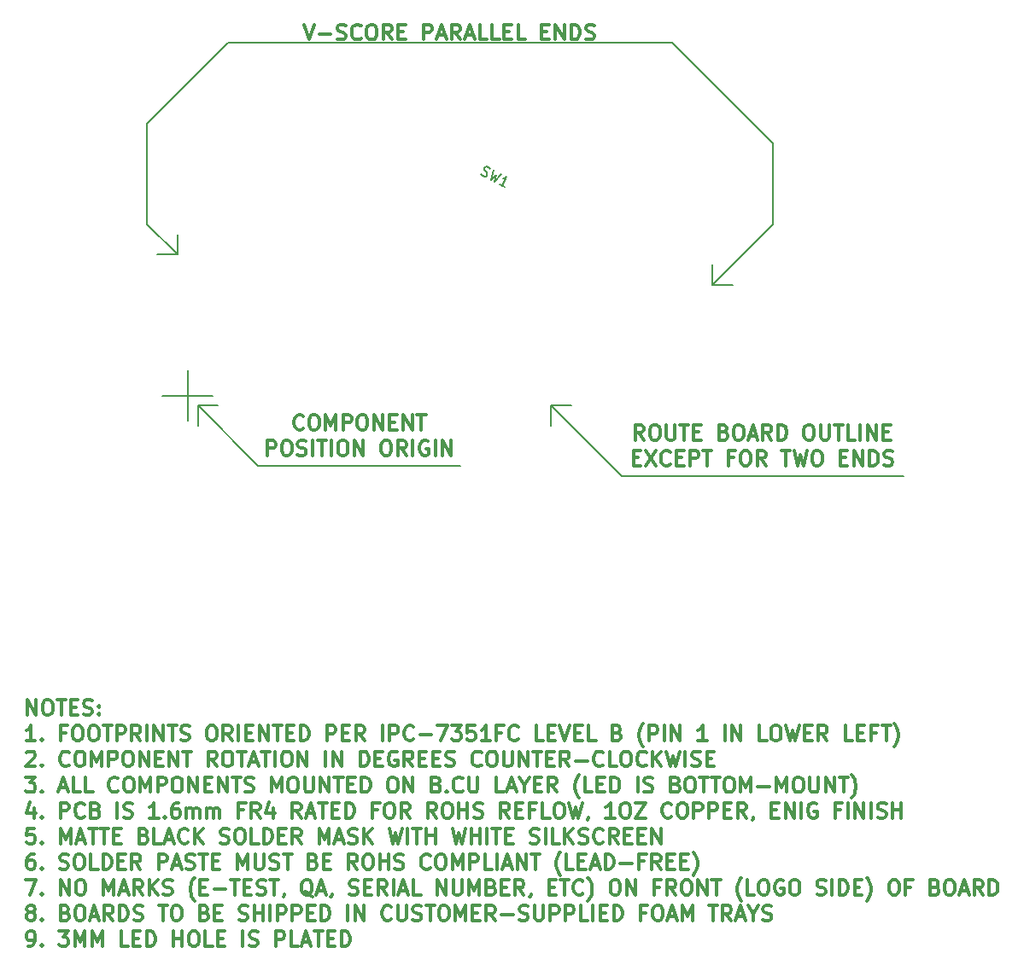
<source format=gbr>
G04 #@! TF.FileFunction,Other,Fab,Top*
%FSLAX46Y46*%
G04 Gerber Fmt 4.6, Leading zero omitted, Abs format (unit mm)*
G04 Created by KiCad (PCBNEW 4.0.7-e2-6376~58~ubuntu14.04.1) date Wed May 23 15:12:28 2018*
%MOMM*%
%LPD*%
G01*
G04 APERTURE LIST*
%ADD10C,0.100000*%
%ADD11C,0.200000*%
%ADD12C,0.300000*%
%ADD13C,0.150000*%
G04 APERTURE END LIST*
D10*
D11*
X162440000Y-74790000D02*
X162440000Y-69790000D01*
X159940000Y-72290000D02*
X164940000Y-72290000D01*
D12*
X146547143Y-103993571D02*
X146547143Y-102493571D01*
X147404286Y-103993571D01*
X147404286Y-102493571D01*
X148404286Y-102493571D02*
X148690000Y-102493571D01*
X148832858Y-102565000D01*
X148975715Y-102707857D01*
X149047143Y-102993571D01*
X149047143Y-103493571D01*
X148975715Y-103779286D01*
X148832858Y-103922143D01*
X148690000Y-103993571D01*
X148404286Y-103993571D01*
X148261429Y-103922143D01*
X148118572Y-103779286D01*
X148047143Y-103493571D01*
X148047143Y-102993571D01*
X148118572Y-102707857D01*
X148261429Y-102565000D01*
X148404286Y-102493571D01*
X149475715Y-102493571D02*
X150332858Y-102493571D01*
X149904287Y-103993571D02*
X149904287Y-102493571D01*
X150832858Y-103207857D02*
X151332858Y-103207857D01*
X151547144Y-103993571D02*
X150832858Y-103993571D01*
X150832858Y-102493571D01*
X151547144Y-102493571D01*
X152118572Y-103922143D02*
X152332858Y-103993571D01*
X152690001Y-103993571D01*
X152832858Y-103922143D01*
X152904287Y-103850714D01*
X152975715Y-103707857D01*
X152975715Y-103565000D01*
X152904287Y-103422143D01*
X152832858Y-103350714D01*
X152690001Y-103279286D01*
X152404287Y-103207857D01*
X152261429Y-103136429D01*
X152190001Y-103065000D01*
X152118572Y-102922143D01*
X152118572Y-102779286D01*
X152190001Y-102636429D01*
X152261429Y-102565000D01*
X152404287Y-102493571D01*
X152761429Y-102493571D01*
X152975715Y-102565000D01*
X153618572Y-103850714D02*
X153690000Y-103922143D01*
X153618572Y-103993571D01*
X153547143Y-103922143D01*
X153618572Y-103850714D01*
X153618572Y-103993571D01*
X153618572Y-103065000D02*
X153690000Y-103136429D01*
X153618572Y-103207857D01*
X153547143Y-103136429D01*
X153618572Y-103065000D01*
X153618572Y-103207857D01*
X147332857Y-106543571D02*
X146475714Y-106543571D01*
X146904286Y-106543571D02*
X146904286Y-105043571D01*
X146761429Y-105257857D01*
X146618571Y-105400714D01*
X146475714Y-105472143D01*
X147975714Y-106400714D02*
X148047142Y-106472143D01*
X147975714Y-106543571D01*
X147904285Y-106472143D01*
X147975714Y-106400714D01*
X147975714Y-106543571D01*
X150332857Y-105757857D02*
X149832857Y-105757857D01*
X149832857Y-106543571D02*
X149832857Y-105043571D01*
X150547143Y-105043571D01*
X151404285Y-105043571D02*
X151689999Y-105043571D01*
X151832857Y-105115000D01*
X151975714Y-105257857D01*
X152047142Y-105543571D01*
X152047142Y-106043571D01*
X151975714Y-106329286D01*
X151832857Y-106472143D01*
X151689999Y-106543571D01*
X151404285Y-106543571D01*
X151261428Y-106472143D01*
X151118571Y-106329286D01*
X151047142Y-106043571D01*
X151047142Y-105543571D01*
X151118571Y-105257857D01*
X151261428Y-105115000D01*
X151404285Y-105043571D01*
X152975714Y-105043571D02*
X153261428Y-105043571D01*
X153404286Y-105115000D01*
X153547143Y-105257857D01*
X153618571Y-105543571D01*
X153618571Y-106043571D01*
X153547143Y-106329286D01*
X153404286Y-106472143D01*
X153261428Y-106543571D01*
X152975714Y-106543571D01*
X152832857Y-106472143D01*
X152690000Y-106329286D01*
X152618571Y-106043571D01*
X152618571Y-105543571D01*
X152690000Y-105257857D01*
X152832857Y-105115000D01*
X152975714Y-105043571D01*
X154047143Y-105043571D02*
X154904286Y-105043571D01*
X154475715Y-106543571D02*
X154475715Y-105043571D01*
X155404286Y-106543571D02*
X155404286Y-105043571D01*
X155975714Y-105043571D01*
X156118572Y-105115000D01*
X156190000Y-105186429D01*
X156261429Y-105329286D01*
X156261429Y-105543571D01*
X156190000Y-105686429D01*
X156118572Y-105757857D01*
X155975714Y-105829286D01*
X155404286Y-105829286D01*
X157761429Y-106543571D02*
X157261429Y-105829286D01*
X156904286Y-106543571D02*
X156904286Y-105043571D01*
X157475714Y-105043571D01*
X157618572Y-105115000D01*
X157690000Y-105186429D01*
X157761429Y-105329286D01*
X157761429Y-105543571D01*
X157690000Y-105686429D01*
X157618572Y-105757857D01*
X157475714Y-105829286D01*
X156904286Y-105829286D01*
X158404286Y-106543571D02*
X158404286Y-105043571D01*
X159118572Y-106543571D02*
X159118572Y-105043571D01*
X159975715Y-106543571D01*
X159975715Y-105043571D01*
X160475715Y-105043571D02*
X161332858Y-105043571D01*
X160904287Y-106543571D02*
X160904287Y-105043571D01*
X161761429Y-106472143D02*
X161975715Y-106543571D01*
X162332858Y-106543571D01*
X162475715Y-106472143D01*
X162547144Y-106400714D01*
X162618572Y-106257857D01*
X162618572Y-106115000D01*
X162547144Y-105972143D01*
X162475715Y-105900714D01*
X162332858Y-105829286D01*
X162047144Y-105757857D01*
X161904286Y-105686429D01*
X161832858Y-105615000D01*
X161761429Y-105472143D01*
X161761429Y-105329286D01*
X161832858Y-105186429D01*
X161904286Y-105115000D01*
X162047144Y-105043571D01*
X162404286Y-105043571D01*
X162618572Y-105115000D01*
X164690000Y-105043571D02*
X164975714Y-105043571D01*
X165118572Y-105115000D01*
X165261429Y-105257857D01*
X165332857Y-105543571D01*
X165332857Y-106043571D01*
X165261429Y-106329286D01*
X165118572Y-106472143D01*
X164975714Y-106543571D01*
X164690000Y-106543571D01*
X164547143Y-106472143D01*
X164404286Y-106329286D01*
X164332857Y-106043571D01*
X164332857Y-105543571D01*
X164404286Y-105257857D01*
X164547143Y-105115000D01*
X164690000Y-105043571D01*
X166832858Y-106543571D02*
X166332858Y-105829286D01*
X165975715Y-106543571D02*
X165975715Y-105043571D01*
X166547143Y-105043571D01*
X166690001Y-105115000D01*
X166761429Y-105186429D01*
X166832858Y-105329286D01*
X166832858Y-105543571D01*
X166761429Y-105686429D01*
X166690001Y-105757857D01*
X166547143Y-105829286D01*
X165975715Y-105829286D01*
X167475715Y-106543571D02*
X167475715Y-105043571D01*
X168190001Y-105757857D02*
X168690001Y-105757857D01*
X168904287Y-106543571D02*
X168190001Y-106543571D01*
X168190001Y-105043571D01*
X168904287Y-105043571D01*
X169547144Y-106543571D02*
X169547144Y-105043571D01*
X170404287Y-106543571D01*
X170404287Y-105043571D01*
X170904287Y-105043571D02*
X171761430Y-105043571D01*
X171332859Y-106543571D02*
X171332859Y-105043571D01*
X172261430Y-105757857D02*
X172761430Y-105757857D01*
X172975716Y-106543571D02*
X172261430Y-106543571D01*
X172261430Y-105043571D01*
X172975716Y-105043571D01*
X173618573Y-106543571D02*
X173618573Y-105043571D01*
X173975716Y-105043571D01*
X174190001Y-105115000D01*
X174332859Y-105257857D01*
X174404287Y-105400714D01*
X174475716Y-105686429D01*
X174475716Y-105900714D01*
X174404287Y-106186429D01*
X174332859Y-106329286D01*
X174190001Y-106472143D01*
X173975716Y-106543571D01*
X173618573Y-106543571D01*
X176261430Y-106543571D02*
X176261430Y-105043571D01*
X176832858Y-105043571D01*
X176975716Y-105115000D01*
X177047144Y-105186429D01*
X177118573Y-105329286D01*
X177118573Y-105543571D01*
X177047144Y-105686429D01*
X176975716Y-105757857D01*
X176832858Y-105829286D01*
X176261430Y-105829286D01*
X177761430Y-105757857D02*
X178261430Y-105757857D01*
X178475716Y-106543571D02*
X177761430Y-106543571D01*
X177761430Y-105043571D01*
X178475716Y-105043571D01*
X179975716Y-106543571D02*
X179475716Y-105829286D01*
X179118573Y-106543571D02*
X179118573Y-105043571D01*
X179690001Y-105043571D01*
X179832859Y-105115000D01*
X179904287Y-105186429D01*
X179975716Y-105329286D01*
X179975716Y-105543571D01*
X179904287Y-105686429D01*
X179832859Y-105757857D01*
X179690001Y-105829286D01*
X179118573Y-105829286D01*
X181761430Y-106543571D02*
X181761430Y-105043571D01*
X182475716Y-106543571D02*
X182475716Y-105043571D01*
X183047144Y-105043571D01*
X183190002Y-105115000D01*
X183261430Y-105186429D01*
X183332859Y-105329286D01*
X183332859Y-105543571D01*
X183261430Y-105686429D01*
X183190002Y-105757857D01*
X183047144Y-105829286D01*
X182475716Y-105829286D01*
X184832859Y-106400714D02*
X184761430Y-106472143D01*
X184547144Y-106543571D01*
X184404287Y-106543571D01*
X184190002Y-106472143D01*
X184047144Y-106329286D01*
X183975716Y-106186429D01*
X183904287Y-105900714D01*
X183904287Y-105686429D01*
X183975716Y-105400714D01*
X184047144Y-105257857D01*
X184190002Y-105115000D01*
X184404287Y-105043571D01*
X184547144Y-105043571D01*
X184761430Y-105115000D01*
X184832859Y-105186429D01*
X185475716Y-105972143D02*
X186618573Y-105972143D01*
X187190002Y-105043571D02*
X188190002Y-105043571D01*
X187547145Y-106543571D01*
X188618573Y-105043571D02*
X189547144Y-105043571D01*
X189047144Y-105615000D01*
X189261430Y-105615000D01*
X189404287Y-105686429D01*
X189475716Y-105757857D01*
X189547144Y-105900714D01*
X189547144Y-106257857D01*
X189475716Y-106400714D01*
X189404287Y-106472143D01*
X189261430Y-106543571D01*
X188832858Y-106543571D01*
X188690001Y-106472143D01*
X188618573Y-106400714D01*
X190904287Y-105043571D02*
X190190001Y-105043571D01*
X190118572Y-105757857D01*
X190190001Y-105686429D01*
X190332858Y-105615000D01*
X190690001Y-105615000D01*
X190832858Y-105686429D01*
X190904287Y-105757857D01*
X190975715Y-105900714D01*
X190975715Y-106257857D01*
X190904287Y-106400714D01*
X190832858Y-106472143D01*
X190690001Y-106543571D01*
X190332858Y-106543571D01*
X190190001Y-106472143D01*
X190118572Y-106400714D01*
X192404286Y-106543571D02*
X191547143Y-106543571D01*
X191975715Y-106543571D02*
X191975715Y-105043571D01*
X191832858Y-105257857D01*
X191690000Y-105400714D01*
X191547143Y-105472143D01*
X193547143Y-105757857D02*
X193047143Y-105757857D01*
X193047143Y-106543571D02*
X193047143Y-105043571D01*
X193761429Y-105043571D01*
X195190000Y-106400714D02*
X195118571Y-106472143D01*
X194904285Y-106543571D01*
X194761428Y-106543571D01*
X194547143Y-106472143D01*
X194404285Y-106329286D01*
X194332857Y-106186429D01*
X194261428Y-105900714D01*
X194261428Y-105686429D01*
X194332857Y-105400714D01*
X194404285Y-105257857D01*
X194547143Y-105115000D01*
X194761428Y-105043571D01*
X194904285Y-105043571D01*
X195118571Y-105115000D01*
X195190000Y-105186429D01*
X197690000Y-106543571D02*
X196975714Y-106543571D01*
X196975714Y-105043571D01*
X198190000Y-105757857D02*
X198690000Y-105757857D01*
X198904286Y-106543571D02*
X198190000Y-106543571D01*
X198190000Y-105043571D01*
X198904286Y-105043571D01*
X199332857Y-105043571D02*
X199832857Y-106543571D01*
X200332857Y-105043571D01*
X200832857Y-105757857D02*
X201332857Y-105757857D01*
X201547143Y-106543571D02*
X200832857Y-106543571D01*
X200832857Y-105043571D01*
X201547143Y-105043571D01*
X202904286Y-106543571D02*
X202190000Y-106543571D01*
X202190000Y-105043571D01*
X205047143Y-105757857D02*
X205261429Y-105829286D01*
X205332857Y-105900714D01*
X205404286Y-106043571D01*
X205404286Y-106257857D01*
X205332857Y-106400714D01*
X205261429Y-106472143D01*
X205118571Y-106543571D01*
X204547143Y-106543571D01*
X204547143Y-105043571D01*
X205047143Y-105043571D01*
X205190000Y-105115000D01*
X205261429Y-105186429D01*
X205332857Y-105329286D01*
X205332857Y-105472143D01*
X205261429Y-105615000D01*
X205190000Y-105686429D01*
X205047143Y-105757857D01*
X204547143Y-105757857D01*
X207618571Y-107115000D02*
X207547143Y-107043571D01*
X207404286Y-106829286D01*
X207332857Y-106686429D01*
X207261428Y-106472143D01*
X207190000Y-106115000D01*
X207190000Y-105829286D01*
X207261428Y-105472143D01*
X207332857Y-105257857D01*
X207404286Y-105115000D01*
X207547143Y-104900714D01*
X207618571Y-104829286D01*
X208190000Y-106543571D02*
X208190000Y-105043571D01*
X208761428Y-105043571D01*
X208904286Y-105115000D01*
X208975714Y-105186429D01*
X209047143Y-105329286D01*
X209047143Y-105543571D01*
X208975714Y-105686429D01*
X208904286Y-105757857D01*
X208761428Y-105829286D01*
X208190000Y-105829286D01*
X209690000Y-106543571D02*
X209690000Y-105043571D01*
X210404286Y-106543571D02*
X210404286Y-105043571D01*
X211261429Y-106543571D01*
X211261429Y-105043571D01*
X213904286Y-106543571D02*
X213047143Y-106543571D01*
X213475715Y-106543571D02*
X213475715Y-105043571D01*
X213332858Y-105257857D01*
X213190000Y-105400714D01*
X213047143Y-105472143D01*
X215690000Y-106543571D02*
X215690000Y-105043571D01*
X216404286Y-106543571D02*
X216404286Y-105043571D01*
X217261429Y-106543571D01*
X217261429Y-105043571D01*
X219832858Y-106543571D02*
X219118572Y-106543571D01*
X219118572Y-105043571D01*
X220618572Y-105043571D02*
X220904286Y-105043571D01*
X221047144Y-105115000D01*
X221190001Y-105257857D01*
X221261429Y-105543571D01*
X221261429Y-106043571D01*
X221190001Y-106329286D01*
X221047144Y-106472143D01*
X220904286Y-106543571D01*
X220618572Y-106543571D01*
X220475715Y-106472143D01*
X220332858Y-106329286D01*
X220261429Y-106043571D01*
X220261429Y-105543571D01*
X220332858Y-105257857D01*
X220475715Y-105115000D01*
X220618572Y-105043571D01*
X221761430Y-105043571D02*
X222118573Y-106543571D01*
X222404287Y-105472143D01*
X222690001Y-106543571D01*
X223047144Y-105043571D01*
X223618573Y-105757857D02*
X224118573Y-105757857D01*
X224332859Y-106543571D02*
X223618573Y-106543571D01*
X223618573Y-105043571D01*
X224332859Y-105043571D01*
X225832859Y-106543571D02*
X225332859Y-105829286D01*
X224975716Y-106543571D02*
X224975716Y-105043571D01*
X225547144Y-105043571D01*
X225690002Y-105115000D01*
X225761430Y-105186429D01*
X225832859Y-105329286D01*
X225832859Y-105543571D01*
X225761430Y-105686429D01*
X225690002Y-105757857D01*
X225547144Y-105829286D01*
X224975716Y-105829286D01*
X228332859Y-106543571D02*
X227618573Y-106543571D01*
X227618573Y-105043571D01*
X228832859Y-105757857D02*
X229332859Y-105757857D01*
X229547145Y-106543571D02*
X228832859Y-106543571D01*
X228832859Y-105043571D01*
X229547145Y-105043571D01*
X230690002Y-105757857D02*
X230190002Y-105757857D01*
X230190002Y-106543571D02*
X230190002Y-105043571D01*
X230904288Y-105043571D01*
X231261430Y-105043571D02*
X232118573Y-105043571D01*
X231690002Y-106543571D02*
X231690002Y-105043571D01*
X232475716Y-107115000D02*
X232547144Y-107043571D01*
X232690001Y-106829286D01*
X232761430Y-106686429D01*
X232832859Y-106472143D01*
X232904287Y-106115000D01*
X232904287Y-105829286D01*
X232832859Y-105472143D01*
X232761430Y-105257857D01*
X232690001Y-105115000D01*
X232547144Y-104900714D01*
X232475716Y-104829286D01*
X146475714Y-107736429D02*
X146547143Y-107665000D01*
X146690000Y-107593571D01*
X147047143Y-107593571D01*
X147190000Y-107665000D01*
X147261429Y-107736429D01*
X147332857Y-107879286D01*
X147332857Y-108022143D01*
X147261429Y-108236429D01*
X146404286Y-109093571D01*
X147332857Y-109093571D01*
X147975714Y-108950714D02*
X148047142Y-109022143D01*
X147975714Y-109093571D01*
X147904285Y-109022143D01*
X147975714Y-108950714D01*
X147975714Y-109093571D01*
X150690000Y-108950714D02*
X150618571Y-109022143D01*
X150404285Y-109093571D01*
X150261428Y-109093571D01*
X150047143Y-109022143D01*
X149904285Y-108879286D01*
X149832857Y-108736429D01*
X149761428Y-108450714D01*
X149761428Y-108236429D01*
X149832857Y-107950714D01*
X149904285Y-107807857D01*
X150047143Y-107665000D01*
X150261428Y-107593571D01*
X150404285Y-107593571D01*
X150618571Y-107665000D01*
X150690000Y-107736429D01*
X151618571Y-107593571D02*
X151904285Y-107593571D01*
X152047143Y-107665000D01*
X152190000Y-107807857D01*
X152261428Y-108093571D01*
X152261428Y-108593571D01*
X152190000Y-108879286D01*
X152047143Y-109022143D01*
X151904285Y-109093571D01*
X151618571Y-109093571D01*
X151475714Y-109022143D01*
X151332857Y-108879286D01*
X151261428Y-108593571D01*
X151261428Y-108093571D01*
X151332857Y-107807857D01*
X151475714Y-107665000D01*
X151618571Y-107593571D01*
X152904286Y-109093571D02*
X152904286Y-107593571D01*
X153404286Y-108665000D01*
X153904286Y-107593571D01*
X153904286Y-109093571D01*
X154618572Y-109093571D02*
X154618572Y-107593571D01*
X155190000Y-107593571D01*
X155332858Y-107665000D01*
X155404286Y-107736429D01*
X155475715Y-107879286D01*
X155475715Y-108093571D01*
X155404286Y-108236429D01*
X155332858Y-108307857D01*
X155190000Y-108379286D01*
X154618572Y-108379286D01*
X156404286Y-107593571D02*
X156690000Y-107593571D01*
X156832858Y-107665000D01*
X156975715Y-107807857D01*
X157047143Y-108093571D01*
X157047143Y-108593571D01*
X156975715Y-108879286D01*
X156832858Y-109022143D01*
X156690000Y-109093571D01*
X156404286Y-109093571D01*
X156261429Y-109022143D01*
X156118572Y-108879286D01*
X156047143Y-108593571D01*
X156047143Y-108093571D01*
X156118572Y-107807857D01*
X156261429Y-107665000D01*
X156404286Y-107593571D01*
X157690001Y-109093571D02*
X157690001Y-107593571D01*
X158547144Y-109093571D01*
X158547144Y-107593571D01*
X159261430Y-108307857D02*
X159761430Y-108307857D01*
X159975716Y-109093571D02*
X159261430Y-109093571D01*
X159261430Y-107593571D01*
X159975716Y-107593571D01*
X160618573Y-109093571D02*
X160618573Y-107593571D01*
X161475716Y-109093571D01*
X161475716Y-107593571D01*
X161975716Y-107593571D02*
X162832859Y-107593571D01*
X162404288Y-109093571D02*
X162404288Y-107593571D01*
X165332859Y-109093571D02*
X164832859Y-108379286D01*
X164475716Y-109093571D02*
X164475716Y-107593571D01*
X165047144Y-107593571D01*
X165190002Y-107665000D01*
X165261430Y-107736429D01*
X165332859Y-107879286D01*
X165332859Y-108093571D01*
X165261430Y-108236429D01*
X165190002Y-108307857D01*
X165047144Y-108379286D01*
X164475716Y-108379286D01*
X166261430Y-107593571D02*
X166547144Y-107593571D01*
X166690002Y-107665000D01*
X166832859Y-107807857D01*
X166904287Y-108093571D01*
X166904287Y-108593571D01*
X166832859Y-108879286D01*
X166690002Y-109022143D01*
X166547144Y-109093571D01*
X166261430Y-109093571D01*
X166118573Y-109022143D01*
X165975716Y-108879286D01*
X165904287Y-108593571D01*
X165904287Y-108093571D01*
X165975716Y-107807857D01*
X166118573Y-107665000D01*
X166261430Y-107593571D01*
X167332859Y-107593571D02*
X168190002Y-107593571D01*
X167761431Y-109093571D02*
X167761431Y-107593571D01*
X168618573Y-108665000D02*
X169332859Y-108665000D01*
X168475716Y-109093571D02*
X168975716Y-107593571D01*
X169475716Y-109093571D01*
X169761430Y-107593571D02*
X170618573Y-107593571D01*
X170190002Y-109093571D02*
X170190002Y-107593571D01*
X171118573Y-109093571D02*
X171118573Y-107593571D01*
X172118573Y-107593571D02*
X172404287Y-107593571D01*
X172547145Y-107665000D01*
X172690002Y-107807857D01*
X172761430Y-108093571D01*
X172761430Y-108593571D01*
X172690002Y-108879286D01*
X172547145Y-109022143D01*
X172404287Y-109093571D01*
X172118573Y-109093571D01*
X171975716Y-109022143D01*
X171832859Y-108879286D01*
X171761430Y-108593571D01*
X171761430Y-108093571D01*
X171832859Y-107807857D01*
X171975716Y-107665000D01*
X172118573Y-107593571D01*
X173404288Y-109093571D02*
X173404288Y-107593571D01*
X174261431Y-109093571D01*
X174261431Y-107593571D01*
X176118574Y-109093571D02*
X176118574Y-107593571D01*
X176832860Y-109093571D02*
X176832860Y-107593571D01*
X177690003Y-109093571D01*
X177690003Y-107593571D01*
X179547146Y-109093571D02*
X179547146Y-107593571D01*
X179904289Y-107593571D01*
X180118574Y-107665000D01*
X180261432Y-107807857D01*
X180332860Y-107950714D01*
X180404289Y-108236429D01*
X180404289Y-108450714D01*
X180332860Y-108736429D01*
X180261432Y-108879286D01*
X180118574Y-109022143D01*
X179904289Y-109093571D01*
X179547146Y-109093571D01*
X181047146Y-108307857D02*
X181547146Y-108307857D01*
X181761432Y-109093571D02*
X181047146Y-109093571D01*
X181047146Y-107593571D01*
X181761432Y-107593571D01*
X183190003Y-107665000D02*
X183047146Y-107593571D01*
X182832860Y-107593571D01*
X182618575Y-107665000D01*
X182475717Y-107807857D01*
X182404289Y-107950714D01*
X182332860Y-108236429D01*
X182332860Y-108450714D01*
X182404289Y-108736429D01*
X182475717Y-108879286D01*
X182618575Y-109022143D01*
X182832860Y-109093571D01*
X182975717Y-109093571D01*
X183190003Y-109022143D01*
X183261432Y-108950714D01*
X183261432Y-108450714D01*
X182975717Y-108450714D01*
X184761432Y-109093571D02*
X184261432Y-108379286D01*
X183904289Y-109093571D02*
X183904289Y-107593571D01*
X184475717Y-107593571D01*
X184618575Y-107665000D01*
X184690003Y-107736429D01*
X184761432Y-107879286D01*
X184761432Y-108093571D01*
X184690003Y-108236429D01*
X184618575Y-108307857D01*
X184475717Y-108379286D01*
X183904289Y-108379286D01*
X185404289Y-108307857D02*
X185904289Y-108307857D01*
X186118575Y-109093571D02*
X185404289Y-109093571D01*
X185404289Y-107593571D01*
X186118575Y-107593571D01*
X186761432Y-108307857D02*
X187261432Y-108307857D01*
X187475718Y-109093571D02*
X186761432Y-109093571D01*
X186761432Y-107593571D01*
X187475718Y-107593571D01*
X188047146Y-109022143D02*
X188261432Y-109093571D01*
X188618575Y-109093571D01*
X188761432Y-109022143D01*
X188832861Y-108950714D01*
X188904289Y-108807857D01*
X188904289Y-108665000D01*
X188832861Y-108522143D01*
X188761432Y-108450714D01*
X188618575Y-108379286D01*
X188332861Y-108307857D01*
X188190003Y-108236429D01*
X188118575Y-108165000D01*
X188047146Y-108022143D01*
X188047146Y-107879286D01*
X188118575Y-107736429D01*
X188190003Y-107665000D01*
X188332861Y-107593571D01*
X188690003Y-107593571D01*
X188904289Y-107665000D01*
X191547146Y-108950714D02*
X191475717Y-109022143D01*
X191261431Y-109093571D01*
X191118574Y-109093571D01*
X190904289Y-109022143D01*
X190761431Y-108879286D01*
X190690003Y-108736429D01*
X190618574Y-108450714D01*
X190618574Y-108236429D01*
X190690003Y-107950714D01*
X190761431Y-107807857D01*
X190904289Y-107665000D01*
X191118574Y-107593571D01*
X191261431Y-107593571D01*
X191475717Y-107665000D01*
X191547146Y-107736429D01*
X192475717Y-107593571D02*
X192761431Y-107593571D01*
X192904289Y-107665000D01*
X193047146Y-107807857D01*
X193118574Y-108093571D01*
X193118574Y-108593571D01*
X193047146Y-108879286D01*
X192904289Y-109022143D01*
X192761431Y-109093571D01*
X192475717Y-109093571D01*
X192332860Y-109022143D01*
X192190003Y-108879286D01*
X192118574Y-108593571D01*
X192118574Y-108093571D01*
X192190003Y-107807857D01*
X192332860Y-107665000D01*
X192475717Y-107593571D01*
X193761432Y-107593571D02*
X193761432Y-108807857D01*
X193832860Y-108950714D01*
X193904289Y-109022143D01*
X194047146Y-109093571D01*
X194332860Y-109093571D01*
X194475718Y-109022143D01*
X194547146Y-108950714D01*
X194618575Y-108807857D01*
X194618575Y-107593571D01*
X195332861Y-109093571D02*
X195332861Y-107593571D01*
X196190004Y-109093571D01*
X196190004Y-107593571D01*
X196690004Y-107593571D02*
X197547147Y-107593571D01*
X197118576Y-109093571D02*
X197118576Y-107593571D01*
X198047147Y-108307857D02*
X198547147Y-108307857D01*
X198761433Y-109093571D02*
X198047147Y-109093571D01*
X198047147Y-107593571D01*
X198761433Y-107593571D01*
X200261433Y-109093571D02*
X199761433Y-108379286D01*
X199404290Y-109093571D02*
X199404290Y-107593571D01*
X199975718Y-107593571D01*
X200118576Y-107665000D01*
X200190004Y-107736429D01*
X200261433Y-107879286D01*
X200261433Y-108093571D01*
X200190004Y-108236429D01*
X200118576Y-108307857D01*
X199975718Y-108379286D01*
X199404290Y-108379286D01*
X200904290Y-108522143D02*
X202047147Y-108522143D01*
X203618576Y-108950714D02*
X203547147Y-109022143D01*
X203332861Y-109093571D01*
X203190004Y-109093571D01*
X202975719Y-109022143D01*
X202832861Y-108879286D01*
X202761433Y-108736429D01*
X202690004Y-108450714D01*
X202690004Y-108236429D01*
X202761433Y-107950714D01*
X202832861Y-107807857D01*
X202975719Y-107665000D01*
X203190004Y-107593571D01*
X203332861Y-107593571D01*
X203547147Y-107665000D01*
X203618576Y-107736429D01*
X204975719Y-109093571D02*
X204261433Y-109093571D01*
X204261433Y-107593571D01*
X205761433Y-107593571D02*
X206047147Y-107593571D01*
X206190005Y-107665000D01*
X206332862Y-107807857D01*
X206404290Y-108093571D01*
X206404290Y-108593571D01*
X206332862Y-108879286D01*
X206190005Y-109022143D01*
X206047147Y-109093571D01*
X205761433Y-109093571D01*
X205618576Y-109022143D01*
X205475719Y-108879286D01*
X205404290Y-108593571D01*
X205404290Y-108093571D01*
X205475719Y-107807857D01*
X205618576Y-107665000D01*
X205761433Y-107593571D01*
X207904291Y-108950714D02*
X207832862Y-109022143D01*
X207618576Y-109093571D01*
X207475719Y-109093571D01*
X207261434Y-109022143D01*
X207118576Y-108879286D01*
X207047148Y-108736429D01*
X206975719Y-108450714D01*
X206975719Y-108236429D01*
X207047148Y-107950714D01*
X207118576Y-107807857D01*
X207261434Y-107665000D01*
X207475719Y-107593571D01*
X207618576Y-107593571D01*
X207832862Y-107665000D01*
X207904291Y-107736429D01*
X208547148Y-109093571D02*
X208547148Y-107593571D01*
X209404291Y-109093571D02*
X208761434Y-108236429D01*
X209404291Y-107593571D02*
X208547148Y-108450714D01*
X209904291Y-107593571D02*
X210261434Y-109093571D01*
X210547148Y-108022143D01*
X210832862Y-109093571D01*
X211190005Y-107593571D01*
X211761434Y-109093571D02*
X211761434Y-107593571D01*
X212404291Y-109022143D02*
X212618577Y-109093571D01*
X212975720Y-109093571D01*
X213118577Y-109022143D01*
X213190006Y-108950714D01*
X213261434Y-108807857D01*
X213261434Y-108665000D01*
X213190006Y-108522143D01*
X213118577Y-108450714D01*
X212975720Y-108379286D01*
X212690006Y-108307857D01*
X212547148Y-108236429D01*
X212475720Y-108165000D01*
X212404291Y-108022143D01*
X212404291Y-107879286D01*
X212475720Y-107736429D01*
X212547148Y-107665000D01*
X212690006Y-107593571D01*
X213047148Y-107593571D01*
X213261434Y-107665000D01*
X213904291Y-108307857D02*
X214404291Y-108307857D01*
X214618577Y-109093571D02*
X213904291Y-109093571D01*
X213904291Y-107593571D01*
X214618577Y-107593571D01*
X146404286Y-110143571D02*
X147332857Y-110143571D01*
X146832857Y-110715000D01*
X147047143Y-110715000D01*
X147190000Y-110786429D01*
X147261429Y-110857857D01*
X147332857Y-111000714D01*
X147332857Y-111357857D01*
X147261429Y-111500714D01*
X147190000Y-111572143D01*
X147047143Y-111643571D01*
X146618571Y-111643571D01*
X146475714Y-111572143D01*
X146404286Y-111500714D01*
X147975714Y-111500714D02*
X148047142Y-111572143D01*
X147975714Y-111643571D01*
X147904285Y-111572143D01*
X147975714Y-111500714D01*
X147975714Y-111643571D01*
X149761428Y-111215000D02*
X150475714Y-111215000D01*
X149618571Y-111643571D02*
X150118571Y-110143571D01*
X150618571Y-111643571D01*
X151832857Y-111643571D02*
X151118571Y-111643571D01*
X151118571Y-110143571D01*
X153047143Y-111643571D02*
X152332857Y-111643571D01*
X152332857Y-110143571D01*
X155547143Y-111500714D02*
X155475714Y-111572143D01*
X155261428Y-111643571D01*
X155118571Y-111643571D01*
X154904286Y-111572143D01*
X154761428Y-111429286D01*
X154690000Y-111286429D01*
X154618571Y-111000714D01*
X154618571Y-110786429D01*
X154690000Y-110500714D01*
X154761428Y-110357857D01*
X154904286Y-110215000D01*
X155118571Y-110143571D01*
X155261428Y-110143571D01*
X155475714Y-110215000D01*
X155547143Y-110286429D01*
X156475714Y-110143571D02*
X156761428Y-110143571D01*
X156904286Y-110215000D01*
X157047143Y-110357857D01*
X157118571Y-110643571D01*
X157118571Y-111143571D01*
X157047143Y-111429286D01*
X156904286Y-111572143D01*
X156761428Y-111643571D01*
X156475714Y-111643571D01*
X156332857Y-111572143D01*
X156190000Y-111429286D01*
X156118571Y-111143571D01*
X156118571Y-110643571D01*
X156190000Y-110357857D01*
X156332857Y-110215000D01*
X156475714Y-110143571D01*
X157761429Y-111643571D02*
X157761429Y-110143571D01*
X158261429Y-111215000D01*
X158761429Y-110143571D01*
X158761429Y-111643571D01*
X159475715Y-111643571D02*
X159475715Y-110143571D01*
X160047143Y-110143571D01*
X160190001Y-110215000D01*
X160261429Y-110286429D01*
X160332858Y-110429286D01*
X160332858Y-110643571D01*
X160261429Y-110786429D01*
X160190001Y-110857857D01*
X160047143Y-110929286D01*
X159475715Y-110929286D01*
X161261429Y-110143571D02*
X161547143Y-110143571D01*
X161690001Y-110215000D01*
X161832858Y-110357857D01*
X161904286Y-110643571D01*
X161904286Y-111143571D01*
X161832858Y-111429286D01*
X161690001Y-111572143D01*
X161547143Y-111643571D01*
X161261429Y-111643571D01*
X161118572Y-111572143D01*
X160975715Y-111429286D01*
X160904286Y-111143571D01*
X160904286Y-110643571D01*
X160975715Y-110357857D01*
X161118572Y-110215000D01*
X161261429Y-110143571D01*
X162547144Y-111643571D02*
X162547144Y-110143571D01*
X163404287Y-111643571D01*
X163404287Y-110143571D01*
X164118573Y-110857857D02*
X164618573Y-110857857D01*
X164832859Y-111643571D02*
X164118573Y-111643571D01*
X164118573Y-110143571D01*
X164832859Y-110143571D01*
X165475716Y-111643571D02*
X165475716Y-110143571D01*
X166332859Y-111643571D01*
X166332859Y-110143571D01*
X166832859Y-110143571D02*
X167690002Y-110143571D01*
X167261431Y-111643571D02*
X167261431Y-110143571D01*
X168118573Y-111572143D02*
X168332859Y-111643571D01*
X168690002Y-111643571D01*
X168832859Y-111572143D01*
X168904288Y-111500714D01*
X168975716Y-111357857D01*
X168975716Y-111215000D01*
X168904288Y-111072143D01*
X168832859Y-111000714D01*
X168690002Y-110929286D01*
X168404288Y-110857857D01*
X168261430Y-110786429D01*
X168190002Y-110715000D01*
X168118573Y-110572143D01*
X168118573Y-110429286D01*
X168190002Y-110286429D01*
X168261430Y-110215000D01*
X168404288Y-110143571D01*
X168761430Y-110143571D01*
X168975716Y-110215000D01*
X170761430Y-111643571D02*
X170761430Y-110143571D01*
X171261430Y-111215000D01*
X171761430Y-110143571D01*
X171761430Y-111643571D01*
X172761430Y-110143571D02*
X173047144Y-110143571D01*
X173190002Y-110215000D01*
X173332859Y-110357857D01*
X173404287Y-110643571D01*
X173404287Y-111143571D01*
X173332859Y-111429286D01*
X173190002Y-111572143D01*
X173047144Y-111643571D01*
X172761430Y-111643571D01*
X172618573Y-111572143D01*
X172475716Y-111429286D01*
X172404287Y-111143571D01*
X172404287Y-110643571D01*
X172475716Y-110357857D01*
X172618573Y-110215000D01*
X172761430Y-110143571D01*
X174047145Y-110143571D02*
X174047145Y-111357857D01*
X174118573Y-111500714D01*
X174190002Y-111572143D01*
X174332859Y-111643571D01*
X174618573Y-111643571D01*
X174761431Y-111572143D01*
X174832859Y-111500714D01*
X174904288Y-111357857D01*
X174904288Y-110143571D01*
X175618574Y-111643571D02*
X175618574Y-110143571D01*
X176475717Y-111643571D01*
X176475717Y-110143571D01*
X176975717Y-110143571D02*
X177832860Y-110143571D01*
X177404289Y-111643571D02*
X177404289Y-110143571D01*
X178332860Y-110857857D02*
X178832860Y-110857857D01*
X179047146Y-111643571D02*
X178332860Y-111643571D01*
X178332860Y-110143571D01*
X179047146Y-110143571D01*
X179690003Y-111643571D02*
X179690003Y-110143571D01*
X180047146Y-110143571D01*
X180261431Y-110215000D01*
X180404289Y-110357857D01*
X180475717Y-110500714D01*
X180547146Y-110786429D01*
X180547146Y-111000714D01*
X180475717Y-111286429D01*
X180404289Y-111429286D01*
X180261431Y-111572143D01*
X180047146Y-111643571D01*
X179690003Y-111643571D01*
X182618574Y-110143571D02*
X182904288Y-110143571D01*
X183047146Y-110215000D01*
X183190003Y-110357857D01*
X183261431Y-110643571D01*
X183261431Y-111143571D01*
X183190003Y-111429286D01*
X183047146Y-111572143D01*
X182904288Y-111643571D01*
X182618574Y-111643571D01*
X182475717Y-111572143D01*
X182332860Y-111429286D01*
X182261431Y-111143571D01*
X182261431Y-110643571D01*
X182332860Y-110357857D01*
X182475717Y-110215000D01*
X182618574Y-110143571D01*
X183904289Y-111643571D02*
X183904289Y-110143571D01*
X184761432Y-111643571D01*
X184761432Y-110143571D01*
X187118575Y-110857857D02*
X187332861Y-110929286D01*
X187404289Y-111000714D01*
X187475718Y-111143571D01*
X187475718Y-111357857D01*
X187404289Y-111500714D01*
X187332861Y-111572143D01*
X187190003Y-111643571D01*
X186618575Y-111643571D01*
X186618575Y-110143571D01*
X187118575Y-110143571D01*
X187261432Y-110215000D01*
X187332861Y-110286429D01*
X187404289Y-110429286D01*
X187404289Y-110572143D01*
X187332861Y-110715000D01*
X187261432Y-110786429D01*
X187118575Y-110857857D01*
X186618575Y-110857857D01*
X188118575Y-111500714D02*
X188190003Y-111572143D01*
X188118575Y-111643571D01*
X188047146Y-111572143D01*
X188118575Y-111500714D01*
X188118575Y-111643571D01*
X189690004Y-111500714D02*
X189618575Y-111572143D01*
X189404289Y-111643571D01*
X189261432Y-111643571D01*
X189047147Y-111572143D01*
X188904289Y-111429286D01*
X188832861Y-111286429D01*
X188761432Y-111000714D01*
X188761432Y-110786429D01*
X188832861Y-110500714D01*
X188904289Y-110357857D01*
X189047147Y-110215000D01*
X189261432Y-110143571D01*
X189404289Y-110143571D01*
X189618575Y-110215000D01*
X189690004Y-110286429D01*
X190332861Y-110143571D02*
X190332861Y-111357857D01*
X190404289Y-111500714D01*
X190475718Y-111572143D01*
X190618575Y-111643571D01*
X190904289Y-111643571D01*
X191047147Y-111572143D01*
X191118575Y-111500714D01*
X191190004Y-111357857D01*
X191190004Y-110143571D01*
X193761433Y-111643571D02*
X193047147Y-111643571D01*
X193047147Y-110143571D01*
X194190004Y-111215000D02*
X194904290Y-111215000D01*
X194047147Y-111643571D02*
X194547147Y-110143571D01*
X195047147Y-111643571D01*
X195832861Y-110929286D02*
X195832861Y-111643571D01*
X195332861Y-110143571D02*
X195832861Y-110929286D01*
X196332861Y-110143571D01*
X196832861Y-110857857D02*
X197332861Y-110857857D01*
X197547147Y-111643571D02*
X196832861Y-111643571D01*
X196832861Y-110143571D01*
X197547147Y-110143571D01*
X199047147Y-111643571D02*
X198547147Y-110929286D01*
X198190004Y-111643571D02*
X198190004Y-110143571D01*
X198761432Y-110143571D01*
X198904290Y-110215000D01*
X198975718Y-110286429D01*
X199047147Y-110429286D01*
X199047147Y-110643571D01*
X198975718Y-110786429D01*
X198904290Y-110857857D01*
X198761432Y-110929286D01*
X198190004Y-110929286D01*
X201261432Y-112215000D02*
X201190004Y-112143571D01*
X201047147Y-111929286D01*
X200975718Y-111786429D01*
X200904289Y-111572143D01*
X200832861Y-111215000D01*
X200832861Y-110929286D01*
X200904289Y-110572143D01*
X200975718Y-110357857D01*
X201047147Y-110215000D01*
X201190004Y-110000714D01*
X201261432Y-109929286D01*
X202547147Y-111643571D02*
X201832861Y-111643571D01*
X201832861Y-110143571D01*
X203047147Y-110857857D02*
X203547147Y-110857857D01*
X203761433Y-111643571D02*
X203047147Y-111643571D01*
X203047147Y-110143571D01*
X203761433Y-110143571D01*
X204404290Y-111643571D02*
X204404290Y-110143571D01*
X204761433Y-110143571D01*
X204975718Y-110215000D01*
X205118576Y-110357857D01*
X205190004Y-110500714D01*
X205261433Y-110786429D01*
X205261433Y-111000714D01*
X205190004Y-111286429D01*
X205118576Y-111429286D01*
X204975718Y-111572143D01*
X204761433Y-111643571D01*
X204404290Y-111643571D01*
X207047147Y-111643571D02*
X207047147Y-110143571D01*
X207690004Y-111572143D02*
X207904290Y-111643571D01*
X208261433Y-111643571D01*
X208404290Y-111572143D01*
X208475719Y-111500714D01*
X208547147Y-111357857D01*
X208547147Y-111215000D01*
X208475719Y-111072143D01*
X208404290Y-111000714D01*
X208261433Y-110929286D01*
X207975719Y-110857857D01*
X207832861Y-110786429D01*
X207761433Y-110715000D01*
X207690004Y-110572143D01*
X207690004Y-110429286D01*
X207761433Y-110286429D01*
X207832861Y-110215000D01*
X207975719Y-110143571D01*
X208332861Y-110143571D01*
X208547147Y-110215000D01*
X210832861Y-110857857D02*
X211047147Y-110929286D01*
X211118575Y-111000714D01*
X211190004Y-111143571D01*
X211190004Y-111357857D01*
X211118575Y-111500714D01*
X211047147Y-111572143D01*
X210904289Y-111643571D01*
X210332861Y-111643571D01*
X210332861Y-110143571D01*
X210832861Y-110143571D01*
X210975718Y-110215000D01*
X211047147Y-110286429D01*
X211118575Y-110429286D01*
X211118575Y-110572143D01*
X211047147Y-110715000D01*
X210975718Y-110786429D01*
X210832861Y-110857857D01*
X210332861Y-110857857D01*
X212118575Y-110143571D02*
X212404289Y-110143571D01*
X212547147Y-110215000D01*
X212690004Y-110357857D01*
X212761432Y-110643571D01*
X212761432Y-111143571D01*
X212690004Y-111429286D01*
X212547147Y-111572143D01*
X212404289Y-111643571D01*
X212118575Y-111643571D01*
X211975718Y-111572143D01*
X211832861Y-111429286D01*
X211761432Y-111143571D01*
X211761432Y-110643571D01*
X211832861Y-110357857D01*
X211975718Y-110215000D01*
X212118575Y-110143571D01*
X213190004Y-110143571D02*
X214047147Y-110143571D01*
X213618576Y-111643571D02*
X213618576Y-110143571D01*
X214332861Y-110143571D02*
X215190004Y-110143571D01*
X214761433Y-111643571D02*
X214761433Y-110143571D01*
X215975718Y-110143571D02*
X216261432Y-110143571D01*
X216404290Y-110215000D01*
X216547147Y-110357857D01*
X216618575Y-110643571D01*
X216618575Y-111143571D01*
X216547147Y-111429286D01*
X216404290Y-111572143D01*
X216261432Y-111643571D01*
X215975718Y-111643571D01*
X215832861Y-111572143D01*
X215690004Y-111429286D01*
X215618575Y-111143571D01*
X215618575Y-110643571D01*
X215690004Y-110357857D01*
X215832861Y-110215000D01*
X215975718Y-110143571D01*
X217261433Y-111643571D02*
X217261433Y-110143571D01*
X217761433Y-111215000D01*
X218261433Y-110143571D01*
X218261433Y-111643571D01*
X218975719Y-111072143D02*
X220118576Y-111072143D01*
X220832862Y-111643571D02*
X220832862Y-110143571D01*
X221332862Y-111215000D01*
X221832862Y-110143571D01*
X221832862Y-111643571D01*
X222832862Y-110143571D02*
X223118576Y-110143571D01*
X223261434Y-110215000D01*
X223404291Y-110357857D01*
X223475719Y-110643571D01*
X223475719Y-111143571D01*
X223404291Y-111429286D01*
X223261434Y-111572143D01*
X223118576Y-111643571D01*
X222832862Y-111643571D01*
X222690005Y-111572143D01*
X222547148Y-111429286D01*
X222475719Y-111143571D01*
X222475719Y-110643571D01*
X222547148Y-110357857D01*
X222690005Y-110215000D01*
X222832862Y-110143571D01*
X224118577Y-110143571D02*
X224118577Y-111357857D01*
X224190005Y-111500714D01*
X224261434Y-111572143D01*
X224404291Y-111643571D01*
X224690005Y-111643571D01*
X224832863Y-111572143D01*
X224904291Y-111500714D01*
X224975720Y-111357857D01*
X224975720Y-110143571D01*
X225690006Y-111643571D02*
X225690006Y-110143571D01*
X226547149Y-111643571D01*
X226547149Y-110143571D01*
X227047149Y-110143571D02*
X227904292Y-110143571D01*
X227475721Y-111643571D02*
X227475721Y-110143571D01*
X228261435Y-112215000D02*
X228332863Y-112143571D01*
X228475720Y-111929286D01*
X228547149Y-111786429D01*
X228618578Y-111572143D01*
X228690006Y-111215000D01*
X228690006Y-110929286D01*
X228618578Y-110572143D01*
X228547149Y-110357857D01*
X228475720Y-110215000D01*
X228332863Y-110000714D01*
X228261435Y-109929286D01*
X147190000Y-113193571D02*
X147190000Y-114193571D01*
X146832857Y-112622143D02*
X146475714Y-113693571D01*
X147404286Y-113693571D01*
X147975714Y-114050714D02*
X148047142Y-114122143D01*
X147975714Y-114193571D01*
X147904285Y-114122143D01*
X147975714Y-114050714D01*
X147975714Y-114193571D01*
X149832857Y-114193571D02*
X149832857Y-112693571D01*
X150404285Y-112693571D01*
X150547143Y-112765000D01*
X150618571Y-112836429D01*
X150690000Y-112979286D01*
X150690000Y-113193571D01*
X150618571Y-113336429D01*
X150547143Y-113407857D01*
X150404285Y-113479286D01*
X149832857Y-113479286D01*
X152190000Y-114050714D02*
X152118571Y-114122143D01*
X151904285Y-114193571D01*
X151761428Y-114193571D01*
X151547143Y-114122143D01*
X151404285Y-113979286D01*
X151332857Y-113836429D01*
X151261428Y-113550714D01*
X151261428Y-113336429D01*
X151332857Y-113050714D01*
X151404285Y-112907857D01*
X151547143Y-112765000D01*
X151761428Y-112693571D01*
X151904285Y-112693571D01*
X152118571Y-112765000D01*
X152190000Y-112836429D01*
X153332857Y-113407857D02*
X153547143Y-113479286D01*
X153618571Y-113550714D01*
X153690000Y-113693571D01*
X153690000Y-113907857D01*
X153618571Y-114050714D01*
X153547143Y-114122143D01*
X153404285Y-114193571D01*
X152832857Y-114193571D01*
X152832857Y-112693571D01*
X153332857Y-112693571D01*
X153475714Y-112765000D01*
X153547143Y-112836429D01*
X153618571Y-112979286D01*
X153618571Y-113122143D01*
X153547143Y-113265000D01*
X153475714Y-113336429D01*
X153332857Y-113407857D01*
X152832857Y-113407857D01*
X155475714Y-114193571D02*
X155475714Y-112693571D01*
X156118571Y-114122143D02*
X156332857Y-114193571D01*
X156690000Y-114193571D01*
X156832857Y-114122143D01*
X156904286Y-114050714D01*
X156975714Y-113907857D01*
X156975714Y-113765000D01*
X156904286Y-113622143D01*
X156832857Y-113550714D01*
X156690000Y-113479286D01*
X156404286Y-113407857D01*
X156261428Y-113336429D01*
X156190000Y-113265000D01*
X156118571Y-113122143D01*
X156118571Y-112979286D01*
X156190000Y-112836429D01*
X156261428Y-112765000D01*
X156404286Y-112693571D01*
X156761428Y-112693571D01*
X156975714Y-112765000D01*
X159547142Y-114193571D02*
X158689999Y-114193571D01*
X159118571Y-114193571D02*
X159118571Y-112693571D01*
X158975714Y-112907857D01*
X158832856Y-113050714D01*
X158689999Y-113122143D01*
X160189999Y-114050714D02*
X160261427Y-114122143D01*
X160189999Y-114193571D01*
X160118570Y-114122143D01*
X160189999Y-114050714D01*
X160189999Y-114193571D01*
X161547142Y-112693571D02*
X161261428Y-112693571D01*
X161118571Y-112765000D01*
X161047142Y-112836429D01*
X160904285Y-113050714D01*
X160832856Y-113336429D01*
X160832856Y-113907857D01*
X160904285Y-114050714D01*
X160975713Y-114122143D01*
X161118571Y-114193571D01*
X161404285Y-114193571D01*
X161547142Y-114122143D01*
X161618571Y-114050714D01*
X161689999Y-113907857D01*
X161689999Y-113550714D01*
X161618571Y-113407857D01*
X161547142Y-113336429D01*
X161404285Y-113265000D01*
X161118571Y-113265000D01*
X160975713Y-113336429D01*
X160904285Y-113407857D01*
X160832856Y-113550714D01*
X162332856Y-114193571D02*
X162332856Y-113193571D01*
X162332856Y-113336429D02*
X162404284Y-113265000D01*
X162547142Y-113193571D01*
X162761427Y-113193571D01*
X162904284Y-113265000D01*
X162975713Y-113407857D01*
X162975713Y-114193571D01*
X162975713Y-113407857D02*
X163047142Y-113265000D01*
X163189999Y-113193571D01*
X163404284Y-113193571D01*
X163547142Y-113265000D01*
X163618570Y-113407857D01*
X163618570Y-114193571D01*
X164332856Y-114193571D02*
X164332856Y-113193571D01*
X164332856Y-113336429D02*
X164404284Y-113265000D01*
X164547142Y-113193571D01*
X164761427Y-113193571D01*
X164904284Y-113265000D01*
X164975713Y-113407857D01*
X164975713Y-114193571D01*
X164975713Y-113407857D02*
X165047142Y-113265000D01*
X165189999Y-113193571D01*
X165404284Y-113193571D01*
X165547142Y-113265000D01*
X165618570Y-113407857D01*
X165618570Y-114193571D01*
X167975713Y-113407857D02*
X167475713Y-113407857D01*
X167475713Y-114193571D02*
X167475713Y-112693571D01*
X168189999Y-112693571D01*
X169618570Y-114193571D02*
X169118570Y-113479286D01*
X168761427Y-114193571D02*
X168761427Y-112693571D01*
X169332855Y-112693571D01*
X169475713Y-112765000D01*
X169547141Y-112836429D01*
X169618570Y-112979286D01*
X169618570Y-113193571D01*
X169547141Y-113336429D01*
X169475713Y-113407857D01*
X169332855Y-113479286D01*
X168761427Y-113479286D01*
X170904284Y-113193571D02*
X170904284Y-114193571D01*
X170547141Y-112622143D02*
X170189998Y-113693571D01*
X171118570Y-113693571D01*
X173689998Y-114193571D02*
X173189998Y-113479286D01*
X172832855Y-114193571D02*
X172832855Y-112693571D01*
X173404283Y-112693571D01*
X173547141Y-112765000D01*
X173618569Y-112836429D01*
X173689998Y-112979286D01*
X173689998Y-113193571D01*
X173618569Y-113336429D01*
X173547141Y-113407857D01*
X173404283Y-113479286D01*
X172832855Y-113479286D01*
X174261426Y-113765000D02*
X174975712Y-113765000D01*
X174118569Y-114193571D02*
X174618569Y-112693571D01*
X175118569Y-114193571D01*
X175404283Y-112693571D02*
X176261426Y-112693571D01*
X175832855Y-114193571D02*
X175832855Y-112693571D01*
X176761426Y-113407857D02*
X177261426Y-113407857D01*
X177475712Y-114193571D02*
X176761426Y-114193571D01*
X176761426Y-112693571D01*
X177475712Y-112693571D01*
X178118569Y-114193571D02*
X178118569Y-112693571D01*
X178475712Y-112693571D01*
X178689997Y-112765000D01*
X178832855Y-112907857D01*
X178904283Y-113050714D01*
X178975712Y-113336429D01*
X178975712Y-113550714D01*
X178904283Y-113836429D01*
X178832855Y-113979286D01*
X178689997Y-114122143D01*
X178475712Y-114193571D01*
X178118569Y-114193571D01*
X181261426Y-113407857D02*
X180761426Y-113407857D01*
X180761426Y-114193571D02*
X180761426Y-112693571D01*
X181475712Y-112693571D01*
X182332854Y-112693571D02*
X182618568Y-112693571D01*
X182761426Y-112765000D01*
X182904283Y-112907857D01*
X182975711Y-113193571D01*
X182975711Y-113693571D01*
X182904283Y-113979286D01*
X182761426Y-114122143D01*
X182618568Y-114193571D01*
X182332854Y-114193571D01*
X182189997Y-114122143D01*
X182047140Y-113979286D01*
X181975711Y-113693571D01*
X181975711Y-113193571D01*
X182047140Y-112907857D01*
X182189997Y-112765000D01*
X182332854Y-112693571D01*
X184475712Y-114193571D02*
X183975712Y-113479286D01*
X183618569Y-114193571D02*
X183618569Y-112693571D01*
X184189997Y-112693571D01*
X184332855Y-112765000D01*
X184404283Y-112836429D01*
X184475712Y-112979286D01*
X184475712Y-113193571D01*
X184404283Y-113336429D01*
X184332855Y-113407857D01*
X184189997Y-113479286D01*
X183618569Y-113479286D01*
X187118569Y-114193571D02*
X186618569Y-113479286D01*
X186261426Y-114193571D02*
X186261426Y-112693571D01*
X186832854Y-112693571D01*
X186975712Y-112765000D01*
X187047140Y-112836429D01*
X187118569Y-112979286D01*
X187118569Y-113193571D01*
X187047140Y-113336429D01*
X186975712Y-113407857D01*
X186832854Y-113479286D01*
X186261426Y-113479286D01*
X188047140Y-112693571D02*
X188332854Y-112693571D01*
X188475712Y-112765000D01*
X188618569Y-112907857D01*
X188689997Y-113193571D01*
X188689997Y-113693571D01*
X188618569Y-113979286D01*
X188475712Y-114122143D01*
X188332854Y-114193571D01*
X188047140Y-114193571D01*
X187904283Y-114122143D01*
X187761426Y-113979286D01*
X187689997Y-113693571D01*
X187689997Y-113193571D01*
X187761426Y-112907857D01*
X187904283Y-112765000D01*
X188047140Y-112693571D01*
X189332855Y-114193571D02*
X189332855Y-112693571D01*
X189332855Y-113407857D02*
X190189998Y-113407857D01*
X190189998Y-114193571D02*
X190189998Y-112693571D01*
X190832855Y-114122143D02*
X191047141Y-114193571D01*
X191404284Y-114193571D01*
X191547141Y-114122143D01*
X191618570Y-114050714D01*
X191689998Y-113907857D01*
X191689998Y-113765000D01*
X191618570Y-113622143D01*
X191547141Y-113550714D01*
X191404284Y-113479286D01*
X191118570Y-113407857D01*
X190975712Y-113336429D01*
X190904284Y-113265000D01*
X190832855Y-113122143D01*
X190832855Y-112979286D01*
X190904284Y-112836429D01*
X190975712Y-112765000D01*
X191118570Y-112693571D01*
X191475712Y-112693571D01*
X191689998Y-112765000D01*
X194332855Y-114193571D02*
X193832855Y-113479286D01*
X193475712Y-114193571D02*
X193475712Y-112693571D01*
X194047140Y-112693571D01*
X194189998Y-112765000D01*
X194261426Y-112836429D01*
X194332855Y-112979286D01*
X194332855Y-113193571D01*
X194261426Y-113336429D01*
X194189998Y-113407857D01*
X194047140Y-113479286D01*
X193475712Y-113479286D01*
X194975712Y-113407857D02*
X195475712Y-113407857D01*
X195689998Y-114193571D02*
X194975712Y-114193571D01*
X194975712Y-112693571D01*
X195689998Y-112693571D01*
X196832855Y-113407857D02*
X196332855Y-113407857D01*
X196332855Y-114193571D02*
X196332855Y-112693571D01*
X197047141Y-112693571D01*
X198332855Y-114193571D02*
X197618569Y-114193571D01*
X197618569Y-112693571D01*
X199118569Y-112693571D02*
X199404283Y-112693571D01*
X199547141Y-112765000D01*
X199689998Y-112907857D01*
X199761426Y-113193571D01*
X199761426Y-113693571D01*
X199689998Y-113979286D01*
X199547141Y-114122143D01*
X199404283Y-114193571D01*
X199118569Y-114193571D01*
X198975712Y-114122143D01*
X198832855Y-113979286D01*
X198761426Y-113693571D01*
X198761426Y-113193571D01*
X198832855Y-112907857D01*
X198975712Y-112765000D01*
X199118569Y-112693571D01*
X200261427Y-112693571D02*
X200618570Y-114193571D01*
X200904284Y-113122143D01*
X201189998Y-114193571D01*
X201547141Y-112693571D01*
X202189998Y-114122143D02*
X202189998Y-114193571D01*
X202118570Y-114336429D01*
X202047141Y-114407857D01*
X204761427Y-114193571D02*
X203904284Y-114193571D01*
X204332856Y-114193571D02*
X204332856Y-112693571D01*
X204189999Y-112907857D01*
X204047141Y-113050714D01*
X203904284Y-113122143D01*
X205689998Y-112693571D02*
X205975712Y-112693571D01*
X206118570Y-112765000D01*
X206261427Y-112907857D01*
X206332855Y-113193571D01*
X206332855Y-113693571D01*
X206261427Y-113979286D01*
X206118570Y-114122143D01*
X205975712Y-114193571D01*
X205689998Y-114193571D01*
X205547141Y-114122143D01*
X205404284Y-113979286D01*
X205332855Y-113693571D01*
X205332855Y-113193571D01*
X205404284Y-112907857D01*
X205547141Y-112765000D01*
X205689998Y-112693571D01*
X206832856Y-112693571D02*
X207832856Y-112693571D01*
X206832856Y-114193571D01*
X207832856Y-114193571D01*
X210404284Y-114050714D02*
X210332855Y-114122143D01*
X210118569Y-114193571D01*
X209975712Y-114193571D01*
X209761427Y-114122143D01*
X209618569Y-113979286D01*
X209547141Y-113836429D01*
X209475712Y-113550714D01*
X209475712Y-113336429D01*
X209547141Y-113050714D01*
X209618569Y-112907857D01*
X209761427Y-112765000D01*
X209975712Y-112693571D01*
X210118569Y-112693571D01*
X210332855Y-112765000D01*
X210404284Y-112836429D01*
X211332855Y-112693571D02*
X211618569Y-112693571D01*
X211761427Y-112765000D01*
X211904284Y-112907857D01*
X211975712Y-113193571D01*
X211975712Y-113693571D01*
X211904284Y-113979286D01*
X211761427Y-114122143D01*
X211618569Y-114193571D01*
X211332855Y-114193571D01*
X211189998Y-114122143D01*
X211047141Y-113979286D01*
X210975712Y-113693571D01*
X210975712Y-113193571D01*
X211047141Y-112907857D01*
X211189998Y-112765000D01*
X211332855Y-112693571D01*
X212618570Y-114193571D02*
X212618570Y-112693571D01*
X213189998Y-112693571D01*
X213332856Y-112765000D01*
X213404284Y-112836429D01*
X213475713Y-112979286D01*
X213475713Y-113193571D01*
X213404284Y-113336429D01*
X213332856Y-113407857D01*
X213189998Y-113479286D01*
X212618570Y-113479286D01*
X214118570Y-114193571D02*
X214118570Y-112693571D01*
X214689998Y-112693571D01*
X214832856Y-112765000D01*
X214904284Y-112836429D01*
X214975713Y-112979286D01*
X214975713Y-113193571D01*
X214904284Y-113336429D01*
X214832856Y-113407857D01*
X214689998Y-113479286D01*
X214118570Y-113479286D01*
X215618570Y-113407857D02*
X216118570Y-113407857D01*
X216332856Y-114193571D02*
X215618570Y-114193571D01*
X215618570Y-112693571D01*
X216332856Y-112693571D01*
X217832856Y-114193571D02*
X217332856Y-113479286D01*
X216975713Y-114193571D02*
X216975713Y-112693571D01*
X217547141Y-112693571D01*
X217689999Y-112765000D01*
X217761427Y-112836429D01*
X217832856Y-112979286D01*
X217832856Y-113193571D01*
X217761427Y-113336429D01*
X217689999Y-113407857D01*
X217547141Y-113479286D01*
X216975713Y-113479286D01*
X218547141Y-114122143D02*
X218547141Y-114193571D01*
X218475713Y-114336429D01*
X218404284Y-114407857D01*
X220332856Y-113407857D02*
X220832856Y-113407857D01*
X221047142Y-114193571D02*
X220332856Y-114193571D01*
X220332856Y-112693571D01*
X221047142Y-112693571D01*
X221689999Y-114193571D02*
X221689999Y-112693571D01*
X222547142Y-114193571D01*
X222547142Y-112693571D01*
X223261428Y-114193571D02*
X223261428Y-112693571D01*
X224761428Y-112765000D02*
X224618571Y-112693571D01*
X224404285Y-112693571D01*
X224190000Y-112765000D01*
X224047142Y-112907857D01*
X223975714Y-113050714D01*
X223904285Y-113336429D01*
X223904285Y-113550714D01*
X223975714Y-113836429D01*
X224047142Y-113979286D01*
X224190000Y-114122143D01*
X224404285Y-114193571D01*
X224547142Y-114193571D01*
X224761428Y-114122143D01*
X224832857Y-114050714D01*
X224832857Y-113550714D01*
X224547142Y-113550714D01*
X227118571Y-113407857D02*
X226618571Y-113407857D01*
X226618571Y-114193571D02*
X226618571Y-112693571D01*
X227332857Y-112693571D01*
X227904285Y-114193571D02*
X227904285Y-112693571D01*
X228618571Y-114193571D02*
X228618571Y-112693571D01*
X229475714Y-114193571D01*
X229475714Y-112693571D01*
X230190000Y-114193571D02*
X230190000Y-112693571D01*
X230832857Y-114122143D02*
X231047143Y-114193571D01*
X231404286Y-114193571D01*
X231547143Y-114122143D01*
X231618572Y-114050714D01*
X231690000Y-113907857D01*
X231690000Y-113765000D01*
X231618572Y-113622143D01*
X231547143Y-113550714D01*
X231404286Y-113479286D01*
X231118572Y-113407857D01*
X230975714Y-113336429D01*
X230904286Y-113265000D01*
X230832857Y-113122143D01*
X230832857Y-112979286D01*
X230904286Y-112836429D01*
X230975714Y-112765000D01*
X231118572Y-112693571D01*
X231475714Y-112693571D01*
X231690000Y-112765000D01*
X232332857Y-114193571D02*
X232332857Y-112693571D01*
X232332857Y-113407857D02*
X233190000Y-113407857D01*
X233190000Y-114193571D02*
X233190000Y-112693571D01*
X147261429Y-115243571D02*
X146547143Y-115243571D01*
X146475714Y-115957857D01*
X146547143Y-115886429D01*
X146690000Y-115815000D01*
X147047143Y-115815000D01*
X147190000Y-115886429D01*
X147261429Y-115957857D01*
X147332857Y-116100714D01*
X147332857Y-116457857D01*
X147261429Y-116600714D01*
X147190000Y-116672143D01*
X147047143Y-116743571D01*
X146690000Y-116743571D01*
X146547143Y-116672143D01*
X146475714Y-116600714D01*
X147975714Y-116600714D02*
X148047142Y-116672143D01*
X147975714Y-116743571D01*
X147904285Y-116672143D01*
X147975714Y-116600714D01*
X147975714Y-116743571D01*
X149832857Y-116743571D02*
X149832857Y-115243571D01*
X150332857Y-116315000D01*
X150832857Y-115243571D01*
X150832857Y-116743571D01*
X151475714Y-116315000D02*
X152190000Y-116315000D01*
X151332857Y-116743571D02*
X151832857Y-115243571D01*
X152332857Y-116743571D01*
X152618571Y-115243571D02*
X153475714Y-115243571D01*
X153047143Y-116743571D02*
X153047143Y-115243571D01*
X153761428Y-115243571D02*
X154618571Y-115243571D01*
X154190000Y-116743571D02*
X154190000Y-115243571D01*
X155118571Y-115957857D02*
X155618571Y-115957857D01*
X155832857Y-116743571D02*
X155118571Y-116743571D01*
X155118571Y-115243571D01*
X155832857Y-115243571D01*
X158118571Y-115957857D02*
X158332857Y-116029286D01*
X158404285Y-116100714D01*
X158475714Y-116243571D01*
X158475714Y-116457857D01*
X158404285Y-116600714D01*
X158332857Y-116672143D01*
X158189999Y-116743571D01*
X157618571Y-116743571D01*
X157618571Y-115243571D01*
X158118571Y-115243571D01*
X158261428Y-115315000D01*
X158332857Y-115386429D01*
X158404285Y-115529286D01*
X158404285Y-115672143D01*
X158332857Y-115815000D01*
X158261428Y-115886429D01*
X158118571Y-115957857D01*
X157618571Y-115957857D01*
X159832857Y-116743571D02*
X159118571Y-116743571D01*
X159118571Y-115243571D01*
X160261428Y-116315000D02*
X160975714Y-116315000D01*
X160118571Y-116743571D02*
X160618571Y-115243571D01*
X161118571Y-116743571D01*
X162475714Y-116600714D02*
X162404285Y-116672143D01*
X162189999Y-116743571D01*
X162047142Y-116743571D01*
X161832857Y-116672143D01*
X161689999Y-116529286D01*
X161618571Y-116386429D01*
X161547142Y-116100714D01*
X161547142Y-115886429D01*
X161618571Y-115600714D01*
X161689999Y-115457857D01*
X161832857Y-115315000D01*
X162047142Y-115243571D01*
X162189999Y-115243571D01*
X162404285Y-115315000D01*
X162475714Y-115386429D01*
X163118571Y-116743571D02*
X163118571Y-115243571D01*
X163975714Y-116743571D02*
X163332857Y-115886429D01*
X163975714Y-115243571D02*
X163118571Y-116100714D01*
X165689999Y-116672143D02*
X165904285Y-116743571D01*
X166261428Y-116743571D01*
X166404285Y-116672143D01*
X166475714Y-116600714D01*
X166547142Y-116457857D01*
X166547142Y-116315000D01*
X166475714Y-116172143D01*
X166404285Y-116100714D01*
X166261428Y-116029286D01*
X165975714Y-115957857D01*
X165832856Y-115886429D01*
X165761428Y-115815000D01*
X165689999Y-115672143D01*
X165689999Y-115529286D01*
X165761428Y-115386429D01*
X165832856Y-115315000D01*
X165975714Y-115243571D01*
X166332856Y-115243571D01*
X166547142Y-115315000D01*
X167475713Y-115243571D02*
X167761427Y-115243571D01*
X167904285Y-115315000D01*
X168047142Y-115457857D01*
X168118570Y-115743571D01*
X168118570Y-116243571D01*
X168047142Y-116529286D01*
X167904285Y-116672143D01*
X167761427Y-116743571D01*
X167475713Y-116743571D01*
X167332856Y-116672143D01*
X167189999Y-116529286D01*
X167118570Y-116243571D01*
X167118570Y-115743571D01*
X167189999Y-115457857D01*
X167332856Y-115315000D01*
X167475713Y-115243571D01*
X169475714Y-116743571D02*
X168761428Y-116743571D01*
X168761428Y-115243571D01*
X169975714Y-116743571D02*
X169975714Y-115243571D01*
X170332857Y-115243571D01*
X170547142Y-115315000D01*
X170690000Y-115457857D01*
X170761428Y-115600714D01*
X170832857Y-115886429D01*
X170832857Y-116100714D01*
X170761428Y-116386429D01*
X170690000Y-116529286D01*
X170547142Y-116672143D01*
X170332857Y-116743571D01*
X169975714Y-116743571D01*
X171475714Y-115957857D02*
X171975714Y-115957857D01*
X172190000Y-116743571D02*
X171475714Y-116743571D01*
X171475714Y-115243571D01*
X172190000Y-115243571D01*
X173690000Y-116743571D02*
X173190000Y-116029286D01*
X172832857Y-116743571D02*
X172832857Y-115243571D01*
X173404285Y-115243571D01*
X173547143Y-115315000D01*
X173618571Y-115386429D01*
X173690000Y-115529286D01*
X173690000Y-115743571D01*
X173618571Y-115886429D01*
X173547143Y-115957857D01*
X173404285Y-116029286D01*
X172832857Y-116029286D01*
X175475714Y-116743571D02*
X175475714Y-115243571D01*
X175975714Y-116315000D01*
X176475714Y-115243571D01*
X176475714Y-116743571D01*
X177118571Y-116315000D02*
X177832857Y-116315000D01*
X176975714Y-116743571D02*
X177475714Y-115243571D01*
X177975714Y-116743571D01*
X178404285Y-116672143D02*
X178618571Y-116743571D01*
X178975714Y-116743571D01*
X179118571Y-116672143D01*
X179190000Y-116600714D01*
X179261428Y-116457857D01*
X179261428Y-116315000D01*
X179190000Y-116172143D01*
X179118571Y-116100714D01*
X178975714Y-116029286D01*
X178690000Y-115957857D01*
X178547142Y-115886429D01*
X178475714Y-115815000D01*
X178404285Y-115672143D01*
X178404285Y-115529286D01*
X178475714Y-115386429D01*
X178547142Y-115315000D01*
X178690000Y-115243571D01*
X179047142Y-115243571D01*
X179261428Y-115315000D01*
X179904285Y-116743571D02*
X179904285Y-115243571D01*
X180761428Y-116743571D02*
X180118571Y-115886429D01*
X180761428Y-115243571D02*
X179904285Y-116100714D01*
X182404285Y-115243571D02*
X182761428Y-116743571D01*
X183047142Y-115672143D01*
X183332856Y-116743571D01*
X183689999Y-115243571D01*
X184261428Y-116743571D02*
X184261428Y-115243571D01*
X184761428Y-115243571D02*
X185618571Y-115243571D01*
X185190000Y-116743571D02*
X185190000Y-115243571D01*
X186118571Y-116743571D02*
X186118571Y-115243571D01*
X186118571Y-115957857D02*
X186975714Y-115957857D01*
X186975714Y-116743571D02*
X186975714Y-115243571D01*
X188690000Y-115243571D02*
X189047143Y-116743571D01*
X189332857Y-115672143D01*
X189618571Y-116743571D01*
X189975714Y-115243571D01*
X190547143Y-116743571D02*
X190547143Y-115243571D01*
X190547143Y-115957857D02*
X191404286Y-115957857D01*
X191404286Y-116743571D02*
X191404286Y-115243571D01*
X192118572Y-116743571D02*
X192118572Y-115243571D01*
X192618572Y-115243571D02*
X193475715Y-115243571D01*
X193047144Y-116743571D02*
X193047144Y-115243571D01*
X193975715Y-115957857D02*
X194475715Y-115957857D01*
X194690001Y-116743571D02*
X193975715Y-116743571D01*
X193975715Y-115243571D01*
X194690001Y-115243571D01*
X196404286Y-116672143D02*
X196618572Y-116743571D01*
X196975715Y-116743571D01*
X197118572Y-116672143D01*
X197190001Y-116600714D01*
X197261429Y-116457857D01*
X197261429Y-116315000D01*
X197190001Y-116172143D01*
X197118572Y-116100714D01*
X196975715Y-116029286D01*
X196690001Y-115957857D01*
X196547143Y-115886429D01*
X196475715Y-115815000D01*
X196404286Y-115672143D01*
X196404286Y-115529286D01*
X196475715Y-115386429D01*
X196547143Y-115315000D01*
X196690001Y-115243571D01*
X197047143Y-115243571D01*
X197261429Y-115315000D01*
X197904286Y-116743571D02*
X197904286Y-115243571D01*
X199332858Y-116743571D02*
X198618572Y-116743571D01*
X198618572Y-115243571D01*
X199832858Y-116743571D02*
X199832858Y-115243571D01*
X200690001Y-116743571D02*
X200047144Y-115886429D01*
X200690001Y-115243571D02*
X199832858Y-116100714D01*
X201261429Y-116672143D02*
X201475715Y-116743571D01*
X201832858Y-116743571D01*
X201975715Y-116672143D01*
X202047144Y-116600714D01*
X202118572Y-116457857D01*
X202118572Y-116315000D01*
X202047144Y-116172143D01*
X201975715Y-116100714D01*
X201832858Y-116029286D01*
X201547144Y-115957857D01*
X201404286Y-115886429D01*
X201332858Y-115815000D01*
X201261429Y-115672143D01*
X201261429Y-115529286D01*
X201332858Y-115386429D01*
X201404286Y-115315000D01*
X201547144Y-115243571D01*
X201904286Y-115243571D01*
X202118572Y-115315000D01*
X203618572Y-116600714D02*
X203547143Y-116672143D01*
X203332857Y-116743571D01*
X203190000Y-116743571D01*
X202975715Y-116672143D01*
X202832857Y-116529286D01*
X202761429Y-116386429D01*
X202690000Y-116100714D01*
X202690000Y-115886429D01*
X202761429Y-115600714D01*
X202832857Y-115457857D01*
X202975715Y-115315000D01*
X203190000Y-115243571D01*
X203332857Y-115243571D01*
X203547143Y-115315000D01*
X203618572Y-115386429D01*
X205118572Y-116743571D02*
X204618572Y-116029286D01*
X204261429Y-116743571D02*
X204261429Y-115243571D01*
X204832857Y-115243571D01*
X204975715Y-115315000D01*
X205047143Y-115386429D01*
X205118572Y-115529286D01*
X205118572Y-115743571D01*
X205047143Y-115886429D01*
X204975715Y-115957857D01*
X204832857Y-116029286D01*
X204261429Y-116029286D01*
X205761429Y-115957857D02*
X206261429Y-115957857D01*
X206475715Y-116743571D02*
X205761429Y-116743571D01*
X205761429Y-115243571D01*
X206475715Y-115243571D01*
X207118572Y-115957857D02*
X207618572Y-115957857D01*
X207832858Y-116743571D02*
X207118572Y-116743571D01*
X207118572Y-115243571D01*
X207832858Y-115243571D01*
X208475715Y-116743571D02*
X208475715Y-115243571D01*
X209332858Y-116743571D01*
X209332858Y-115243571D01*
X147190000Y-117793571D02*
X146904286Y-117793571D01*
X146761429Y-117865000D01*
X146690000Y-117936429D01*
X146547143Y-118150714D01*
X146475714Y-118436429D01*
X146475714Y-119007857D01*
X146547143Y-119150714D01*
X146618571Y-119222143D01*
X146761429Y-119293571D01*
X147047143Y-119293571D01*
X147190000Y-119222143D01*
X147261429Y-119150714D01*
X147332857Y-119007857D01*
X147332857Y-118650714D01*
X147261429Y-118507857D01*
X147190000Y-118436429D01*
X147047143Y-118365000D01*
X146761429Y-118365000D01*
X146618571Y-118436429D01*
X146547143Y-118507857D01*
X146475714Y-118650714D01*
X147975714Y-119150714D02*
X148047142Y-119222143D01*
X147975714Y-119293571D01*
X147904285Y-119222143D01*
X147975714Y-119150714D01*
X147975714Y-119293571D01*
X149761428Y-119222143D02*
X149975714Y-119293571D01*
X150332857Y-119293571D01*
X150475714Y-119222143D01*
X150547143Y-119150714D01*
X150618571Y-119007857D01*
X150618571Y-118865000D01*
X150547143Y-118722143D01*
X150475714Y-118650714D01*
X150332857Y-118579286D01*
X150047143Y-118507857D01*
X149904285Y-118436429D01*
X149832857Y-118365000D01*
X149761428Y-118222143D01*
X149761428Y-118079286D01*
X149832857Y-117936429D01*
X149904285Y-117865000D01*
X150047143Y-117793571D01*
X150404285Y-117793571D01*
X150618571Y-117865000D01*
X151547142Y-117793571D02*
X151832856Y-117793571D01*
X151975714Y-117865000D01*
X152118571Y-118007857D01*
X152189999Y-118293571D01*
X152189999Y-118793571D01*
X152118571Y-119079286D01*
X151975714Y-119222143D01*
X151832856Y-119293571D01*
X151547142Y-119293571D01*
X151404285Y-119222143D01*
X151261428Y-119079286D01*
X151189999Y-118793571D01*
X151189999Y-118293571D01*
X151261428Y-118007857D01*
X151404285Y-117865000D01*
X151547142Y-117793571D01*
X153547143Y-119293571D02*
X152832857Y-119293571D01*
X152832857Y-117793571D01*
X154047143Y-119293571D02*
X154047143Y-117793571D01*
X154404286Y-117793571D01*
X154618571Y-117865000D01*
X154761429Y-118007857D01*
X154832857Y-118150714D01*
X154904286Y-118436429D01*
X154904286Y-118650714D01*
X154832857Y-118936429D01*
X154761429Y-119079286D01*
X154618571Y-119222143D01*
X154404286Y-119293571D01*
X154047143Y-119293571D01*
X155547143Y-118507857D02*
X156047143Y-118507857D01*
X156261429Y-119293571D02*
X155547143Y-119293571D01*
X155547143Y-117793571D01*
X156261429Y-117793571D01*
X157761429Y-119293571D02*
X157261429Y-118579286D01*
X156904286Y-119293571D02*
X156904286Y-117793571D01*
X157475714Y-117793571D01*
X157618572Y-117865000D01*
X157690000Y-117936429D01*
X157761429Y-118079286D01*
X157761429Y-118293571D01*
X157690000Y-118436429D01*
X157618572Y-118507857D01*
X157475714Y-118579286D01*
X156904286Y-118579286D01*
X159547143Y-119293571D02*
X159547143Y-117793571D01*
X160118571Y-117793571D01*
X160261429Y-117865000D01*
X160332857Y-117936429D01*
X160404286Y-118079286D01*
X160404286Y-118293571D01*
X160332857Y-118436429D01*
X160261429Y-118507857D01*
X160118571Y-118579286D01*
X159547143Y-118579286D01*
X160975714Y-118865000D02*
X161690000Y-118865000D01*
X160832857Y-119293571D02*
X161332857Y-117793571D01*
X161832857Y-119293571D01*
X162261428Y-119222143D02*
X162475714Y-119293571D01*
X162832857Y-119293571D01*
X162975714Y-119222143D01*
X163047143Y-119150714D01*
X163118571Y-119007857D01*
X163118571Y-118865000D01*
X163047143Y-118722143D01*
X162975714Y-118650714D01*
X162832857Y-118579286D01*
X162547143Y-118507857D01*
X162404285Y-118436429D01*
X162332857Y-118365000D01*
X162261428Y-118222143D01*
X162261428Y-118079286D01*
X162332857Y-117936429D01*
X162404285Y-117865000D01*
X162547143Y-117793571D01*
X162904285Y-117793571D01*
X163118571Y-117865000D01*
X163547142Y-117793571D02*
X164404285Y-117793571D01*
X163975714Y-119293571D02*
X163975714Y-117793571D01*
X164904285Y-118507857D02*
X165404285Y-118507857D01*
X165618571Y-119293571D02*
X164904285Y-119293571D01*
X164904285Y-117793571D01*
X165618571Y-117793571D01*
X167404285Y-119293571D02*
X167404285Y-117793571D01*
X167904285Y-118865000D01*
X168404285Y-117793571D01*
X168404285Y-119293571D01*
X169118571Y-117793571D02*
X169118571Y-119007857D01*
X169189999Y-119150714D01*
X169261428Y-119222143D01*
X169404285Y-119293571D01*
X169689999Y-119293571D01*
X169832857Y-119222143D01*
X169904285Y-119150714D01*
X169975714Y-119007857D01*
X169975714Y-117793571D01*
X170618571Y-119222143D02*
X170832857Y-119293571D01*
X171190000Y-119293571D01*
X171332857Y-119222143D01*
X171404286Y-119150714D01*
X171475714Y-119007857D01*
X171475714Y-118865000D01*
X171404286Y-118722143D01*
X171332857Y-118650714D01*
X171190000Y-118579286D01*
X170904286Y-118507857D01*
X170761428Y-118436429D01*
X170690000Y-118365000D01*
X170618571Y-118222143D01*
X170618571Y-118079286D01*
X170690000Y-117936429D01*
X170761428Y-117865000D01*
X170904286Y-117793571D01*
X171261428Y-117793571D01*
X171475714Y-117865000D01*
X171904285Y-117793571D02*
X172761428Y-117793571D01*
X172332857Y-119293571D02*
X172332857Y-117793571D01*
X174904285Y-118507857D02*
X175118571Y-118579286D01*
X175189999Y-118650714D01*
X175261428Y-118793571D01*
X175261428Y-119007857D01*
X175189999Y-119150714D01*
X175118571Y-119222143D01*
X174975713Y-119293571D01*
X174404285Y-119293571D01*
X174404285Y-117793571D01*
X174904285Y-117793571D01*
X175047142Y-117865000D01*
X175118571Y-117936429D01*
X175189999Y-118079286D01*
X175189999Y-118222143D01*
X175118571Y-118365000D01*
X175047142Y-118436429D01*
X174904285Y-118507857D01*
X174404285Y-118507857D01*
X175904285Y-118507857D02*
X176404285Y-118507857D01*
X176618571Y-119293571D02*
X175904285Y-119293571D01*
X175904285Y-117793571D01*
X176618571Y-117793571D01*
X179261428Y-119293571D02*
X178761428Y-118579286D01*
X178404285Y-119293571D02*
X178404285Y-117793571D01*
X178975713Y-117793571D01*
X179118571Y-117865000D01*
X179189999Y-117936429D01*
X179261428Y-118079286D01*
X179261428Y-118293571D01*
X179189999Y-118436429D01*
X179118571Y-118507857D01*
X178975713Y-118579286D01*
X178404285Y-118579286D01*
X180189999Y-117793571D02*
X180475713Y-117793571D01*
X180618571Y-117865000D01*
X180761428Y-118007857D01*
X180832856Y-118293571D01*
X180832856Y-118793571D01*
X180761428Y-119079286D01*
X180618571Y-119222143D01*
X180475713Y-119293571D01*
X180189999Y-119293571D01*
X180047142Y-119222143D01*
X179904285Y-119079286D01*
X179832856Y-118793571D01*
X179832856Y-118293571D01*
X179904285Y-118007857D01*
X180047142Y-117865000D01*
X180189999Y-117793571D01*
X181475714Y-119293571D02*
X181475714Y-117793571D01*
X181475714Y-118507857D02*
X182332857Y-118507857D01*
X182332857Y-119293571D02*
X182332857Y-117793571D01*
X182975714Y-119222143D02*
X183190000Y-119293571D01*
X183547143Y-119293571D01*
X183690000Y-119222143D01*
X183761429Y-119150714D01*
X183832857Y-119007857D01*
X183832857Y-118865000D01*
X183761429Y-118722143D01*
X183690000Y-118650714D01*
X183547143Y-118579286D01*
X183261429Y-118507857D01*
X183118571Y-118436429D01*
X183047143Y-118365000D01*
X182975714Y-118222143D01*
X182975714Y-118079286D01*
X183047143Y-117936429D01*
X183118571Y-117865000D01*
X183261429Y-117793571D01*
X183618571Y-117793571D01*
X183832857Y-117865000D01*
X186475714Y-119150714D02*
X186404285Y-119222143D01*
X186189999Y-119293571D01*
X186047142Y-119293571D01*
X185832857Y-119222143D01*
X185689999Y-119079286D01*
X185618571Y-118936429D01*
X185547142Y-118650714D01*
X185547142Y-118436429D01*
X185618571Y-118150714D01*
X185689999Y-118007857D01*
X185832857Y-117865000D01*
X186047142Y-117793571D01*
X186189999Y-117793571D01*
X186404285Y-117865000D01*
X186475714Y-117936429D01*
X187404285Y-117793571D02*
X187689999Y-117793571D01*
X187832857Y-117865000D01*
X187975714Y-118007857D01*
X188047142Y-118293571D01*
X188047142Y-118793571D01*
X187975714Y-119079286D01*
X187832857Y-119222143D01*
X187689999Y-119293571D01*
X187404285Y-119293571D01*
X187261428Y-119222143D01*
X187118571Y-119079286D01*
X187047142Y-118793571D01*
X187047142Y-118293571D01*
X187118571Y-118007857D01*
X187261428Y-117865000D01*
X187404285Y-117793571D01*
X188690000Y-119293571D02*
X188690000Y-117793571D01*
X189190000Y-118865000D01*
X189690000Y-117793571D01*
X189690000Y-119293571D01*
X190404286Y-119293571D02*
X190404286Y-117793571D01*
X190975714Y-117793571D01*
X191118572Y-117865000D01*
X191190000Y-117936429D01*
X191261429Y-118079286D01*
X191261429Y-118293571D01*
X191190000Y-118436429D01*
X191118572Y-118507857D01*
X190975714Y-118579286D01*
X190404286Y-118579286D01*
X192618572Y-119293571D02*
X191904286Y-119293571D01*
X191904286Y-117793571D01*
X193118572Y-119293571D02*
X193118572Y-117793571D01*
X193761429Y-118865000D02*
X194475715Y-118865000D01*
X193618572Y-119293571D02*
X194118572Y-117793571D01*
X194618572Y-119293571D01*
X195118572Y-119293571D02*
X195118572Y-117793571D01*
X195975715Y-119293571D01*
X195975715Y-117793571D01*
X196475715Y-117793571D02*
X197332858Y-117793571D01*
X196904287Y-119293571D02*
X196904287Y-117793571D01*
X199404286Y-119865000D02*
X199332858Y-119793571D01*
X199190001Y-119579286D01*
X199118572Y-119436429D01*
X199047143Y-119222143D01*
X198975715Y-118865000D01*
X198975715Y-118579286D01*
X199047143Y-118222143D01*
X199118572Y-118007857D01*
X199190001Y-117865000D01*
X199332858Y-117650714D01*
X199404286Y-117579286D01*
X200690001Y-119293571D02*
X199975715Y-119293571D01*
X199975715Y-117793571D01*
X201190001Y-118507857D02*
X201690001Y-118507857D01*
X201904287Y-119293571D02*
X201190001Y-119293571D01*
X201190001Y-117793571D01*
X201904287Y-117793571D01*
X202475715Y-118865000D02*
X203190001Y-118865000D01*
X202332858Y-119293571D02*
X202832858Y-117793571D01*
X203332858Y-119293571D01*
X203832858Y-119293571D02*
X203832858Y-117793571D01*
X204190001Y-117793571D01*
X204404286Y-117865000D01*
X204547144Y-118007857D01*
X204618572Y-118150714D01*
X204690001Y-118436429D01*
X204690001Y-118650714D01*
X204618572Y-118936429D01*
X204547144Y-119079286D01*
X204404286Y-119222143D01*
X204190001Y-119293571D01*
X203832858Y-119293571D01*
X205332858Y-118722143D02*
X206475715Y-118722143D01*
X207690001Y-118507857D02*
X207190001Y-118507857D01*
X207190001Y-119293571D02*
X207190001Y-117793571D01*
X207904287Y-117793571D01*
X209332858Y-119293571D02*
X208832858Y-118579286D01*
X208475715Y-119293571D02*
X208475715Y-117793571D01*
X209047143Y-117793571D01*
X209190001Y-117865000D01*
X209261429Y-117936429D01*
X209332858Y-118079286D01*
X209332858Y-118293571D01*
X209261429Y-118436429D01*
X209190001Y-118507857D01*
X209047143Y-118579286D01*
X208475715Y-118579286D01*
X209975715Y-118507857D02*
X210475715Y-118507857D01*
X210690001Y-119293571D02*
X209975715Y-119293571D01*
X209975715Y-117793571D01*
X210690001Y-117793571D01*
X211332858Y-118507857D02*
X211832858Y-118507857D01*
X212047144Y-119293571D02*
X211332858Y-119293571D01*
X211332858Y-117793571D01*
X212047144Y-117793571D01*
X212547144Y-119865000D02*
X212618572Y-119793571D01*
X212761429Y-119579286D01*
X212832858Y-119436429D01*
X212904287Y-119222143D01*
X212975715Y-118865000D01*
X212975715Y-118579286D01*
X212904287Y-118222143D01*
X212832858Y-118007857D01*
X212761429Y-117865000D01*
X212618572Y-117650714D01*
X212547144Y-117579286D01*
X146404286Y-120343571D02*
X147404286Y-120343571D01*
X146761429Y-121843571D01*
X147975714Y-121700714D02*
X148047142Y-121772143D01*
X147975714Y-121843571D01*
X147904285Y-121772143D01*
X147975714Y-121700714D01*
X147975714Y-121843571D01*
X149832857Y-121843571D02*
X149832857Y-120343571D01*
X150690000Y-121843571D01*
X150690000Y-120343571D01*
X151690000Y-120343571D02*
X151975714Y-120343571D01*
X152118572Y-120415000D01*
X152261429Y-120557857D01*
X152332857Y-120843571D01*
X152332857Y-121343571D01*
X152261429Y-121629286D01*
X152118572Y-121772143D01*
X151975714Y-121843571D01*
X151690000Y-121843571D01*
X151547143Y-121772143D01*
X151404286Y-121629286D01*
X151332857Y-121343571D01*
X151332857Y-120843571D01*
X151404286Y-120557857D01*
X151547143Y-120415000D01*
X151690000Y-120343571D01*
X154118572Y-121843571D02*
X154118572Y-120343571D01*
X154618572Y-121415000D01*
X155118572Y-120343571D01*
X155118572Y-121843571D01*
X155761429Y-121415000D02*
X156475715Y-121415000D01*
X155618572Y-121843571D02*
X156118572Y-120343571D01*
X156618572Y-121843571D01*
X157975715Y-121843571D02*
X157475715Y-121129286D01*
X157118572Y-121843571D02*
X157118572Y-120343571D01*
X157690000Y-120343571D01*
X157832858Y-120415000D01*
X157904286Y-120486429D01*
X157975715Y-120629286D01*
X157975715Y-120843571D01*
X157904286Y-120986429D01*
X157832858Y-121057857D01*
X157690000Y-121129286D01*
X157118572Y-121129286D01*
X158618572Y-121843571D02*
X158618572Y-120343571D01*
X159475715Y-121843571D02*
X158832858Y-120986429D01*
X159475715Y-120343571D02*
X158618572Y-121200714D01*
X160047143Y-121772143D02*
X160261429Y-121843571D01*
X160618572Y-121843571D01*
X160761429Y-121772143D01*
X160832858Y-121700714D01*
X160904286Y-121557857D01*
X160904286Y-121415000D01*
X160832858Y-121272143D01*
X160761429Y-121200714D01*
X160618572Y-121129286D01*
X160332858Y-121057857D01*
X160190000Y-120986429D01*
X160118572Y-120915000D01*
X160047143Y-120772143D01*
X160047143Y-120629286D01*
X160118572Y-120486429D01*
X160190000Y-120415000D01*
X160332858Y-120343571D01*
X160690000Y-120343571D01*
X160904286Y-120415000D01*
X163118571Y-122415000D02*
X163047143Y-122343571D01*
X162904286Y-122129286D01*
X162832857Y-121986429D01*
X162761428Y-121772143D01*
X162690000Y-121415000D01*
X162690000Y-121129286D01*
X162761428Y-120772143D01*
X162832857Y-120557857D01*
X162904286Y-120415000D01*
X163047143Y-120200714D01*
X163118571Y-120129286D01*
X163690000Y-121057857D02*
X164190000Y-121057857D01*
X164404286Y-121843571D02*
X163690000Y-121843571D01*
X163690000Y-120343571D01*
X164404286Y-120343571D01*
X165047143Y-121272143D02*
X166190000Y-121272143D01*
X166690000Y-120343571D02*
X167547143Y-120343571D01*
X167118572Y-121843571D02*
X167118572Y-120343571D01*
X168047143Y-121057857D02*
X168547143Y-121057857D01*
X168761429Y-121843571D02*
X168047143Y-121843571D01*
X168047143Y-120343571D01*
X168761429Y-120343571D01*
X169332857Y-121772143D02*
X169547143Y-121843571D01*
X169904286Y-121843571D01*
X170047143Y-121772143D01*
X170118572Y-121700714D01*
X170190000Y-121557857D01*
X170190000Y-121415000D01*
X170118572Y-121272143D01*
X170047143Y-121200714D01*
X169904286Y-121129286D01*
X169618572Y-121057857D01*
X169475714Y-120986429D01*
X169404286Y-120915000D01*
X169332857Y-120772143D01*
X169332857Y-120629286D01*
X169404286Y-120486429D01*
X169475714Y-120415000D01*
X169618572Y-120343571D01*
X169975714Y-120343571D01*
X170190000Y-120415000D01*
X170618571Y-120343571D02*
X171475714Y-120343571D01*
X171047143Y-121843571D02*
X171047143Y-120343571D01*
X172047142Y-121772143D02*
X172047142Y-121843571D01*
X171975714Y-121986429D01*
X171904285Y-122057857D01*
X174832857Y-121986429D02*
X174690000Y-121915000D01*
X174547143Y-121772143D01*
X174332857Y-121557857D01*
X174190000Y-121486429D01*
X174047143Y-121486429D01*
X174118571Y-121843571D02*
X173975714Y-121772143D01*
X173832857Y-121629286D01*
X173761428Y-121343571D01*
X173761428Y-120843571D01*
X173832857Y-120557857D01*
X173975714Y-120415000D01*
X174118571Y-120343571D01*
X174404285Y-120343571D01*
X174547143Y-120415000D01*
X174690000Y-120557857D01*
X174761428Y-120843571D01*
X174761428Y-121343571D01*
X174690000Y-121629286D01*
X174547143Y-121772143D01*
X174404285Y-121843571D01*
X174118571Y-121843571D01*
X175332857Y-121415000D02*
X176047143Y-121415000D01*
X175190000Y-121843571D02*
X175690000Y-120343571D01*
X176190000Y-121843571D01*
X176761428Y-121772143D02*
X176761428Y-121843571D01*
X176690000Y-121986429D01*
X176618571Y-122057857D01*
X178475714Y-121772143D02*
X178690000Y-121843571D01*
X179047143Y-121843571D01*
X179190000Y-121772143D01*
X179261429Y-121700714D01*
X179332857Y-121557857D01*
X179332857Y-121415000D01*
X179261429Y-121272143D01*
X179190000Y-121200714D01*
X179047143Y-121129286D01*
X178761429Y-121057857D01*
X178618571Y-120986429D01*
X178547143Y-120915000D01*
X178475714Y-120772143D01*
X178475714Y-120629286D01*
X178547143Y-120486429D01*
X178618571Y-120415000D01*
X178761429Y-120343571D01*
X179118571Y-120343571D01*
X179332857Y-120415000D01*
X179975714Y-121057857D02*
X180475714Y-121057857D01*
X180690000Y-121843571D02*
X179975714Y-121843571D01*
X179975714Y-120343571D01*
X180690000Y-120343571D01*
X182190000Y-121843571D02*
X181690000Y-121129286D01*
X181332857Y-121843571D02*
X181332857Y-120343571D01*
X181904285Y-120343571D01*
X182047143Y-120415000D01*
X182118571Y-120486429D01*
X182190000Y-120629286D01*
X182190000Y-120843571D01*
X182118571Y-120986429D01*
X182047143Y-121057857D01*
X181904285Y-121129286D01*
X181332857Y-121129286D01*
X182832857Y-121843571D02*
X182832857Y-120343571D01*
X183475714Y-121415000D02*
X184190000Y-121415000D01*
X183332857Y-121843571D02*
X183832857Y-120343571D01*
X184332857Y-121843571D01*
X185547143Y-121843571D02*
X184832857Y-121843571D01*
X184832857Y-120343571D01*
X187190000Y-121843571D02*
X187190000Y-120343571D01*
X188047143Y-121843571D01*
X188047143Y-120343571D01*
X188761429Y-120343571D02*
X188761429Y-121557857D01*
X188832857Y-121700714D01*
X188904286Y-121772143D01*
X189047143Y-121843571D01*
X189332857Y-121843571D01*
X189475715Y-121772143D01*
X189547143Y-121700714D01*
X189618572Y-121557857D01*
X189618572Y-120343571D01*
X190332858Y-121843571D02*
X190332858Y-120343571D01*
X190832858Y-121415000D01*
X191332858Y-120343571D01*
X191332858Y-121843571D01*
X192547144Y-121057857D02*
X192761430Y-121129286D01*
X192832858Y-121200714D01*
X192904287Y-121343571D01*
X192904287Y-121557857D01*
X192832858Y-121700714D01*
X192761430Y-121772143D01*
X192618572Y-121843571D01*
X192047144Y-121843571D01*
X192047144Y-120343571D01*
X192547144Y-120343571D01*
X192690001Y-120415000D01*
X192761430Y-120486429D01*
X192832858Y-120629286D01*
X192832858Y-120772143D01*
X192761430Y-120915000D01*
X192690001Y-120986429D01*
X192547144Y-121057857D01*
X192047144Y-121057857D01*
X193547144Y-121057857D02*
X194047144Y-121057857D01*
X194261430Y-121843571D02*
X193547144Y-121843571D01*
X193547144Y-120343571D01*
X194261430Y-120343571D01*
X195761430Y-121843571D02*
X195261430Y-121129286D01*
X194904287Y-121843571D02*
X194904287Y-120343571D01*
X195475715Y-120343571D01*
X195618573Y-120415000D01*
X195690001Y-120486429D01*
X195761430Y-120629286D01*
X195761430Y-120843571D01*
X195690001Y-120986429D01*
X195618573Y-121057857D01*
X195475715Y-121129286D01*
X194904287Y-121129286D01*
X196475715Y-121772143D02*
X196475715Y-121843571D01*
X196404287Y-121986429D01*
X196332858Y-122057857D01*
X198261430Y-121057857D02*
X198761430Y-121057857D01*
X198975716Y-121843571D02*
X198261430Y-121843571D01*
X198261430Y-120343571D01*
X198975716Y-120343571D01*
X199404287Y-120343571D02*
X200261430Y-120343571D01*
X199832859Y-121843571D02*
X199832859Y-120343571D01*
X201618573Y-121700714D02*
X201547144Y-121772143D01*
X201332858Y-121843571D01*
X201190001Y-121843571D01*
X200975716Y-121772143D01*
X200832858Y-121629286D01*
X200761430Y-121486429D01*
X200690001Y-121200714D01*
X200690001Y-120986429D01*
X200761430Y-120700714D01*
X200832858Y-120557857D01*
X200975716Y-120415000D01*
X201190001Y-120343571D01*
X201332858Y-120343571D01*
X201547144Y-120415000D01*
X201618573Y-120486429D01*
X202118573Y-122415000D02*
X202190001Y-122343571D01*
X202332858Y-122129286D01*
X202404287Y-121986429D01*
X202475716Y-121772143D01*
X202547144Y-121415000D01*
X202547144Y-121129286D01*
X202475716Y-120772143D01*
X202404287Y-120557857D01*
X202332858Y-120415000D01*
X202190001Y-120200714D01*
X202118573Y-120129286D01*
X204690001Y-120343571D02*
X204975715Y-120343571D01*
X205118573Y-120415000D01*
X205261430Y-120557857D01*
X205332858Y-120843571D01*
X205332858Y-121343571D01*
X205261430Y-121629286D01*
X205118573Y-121772143D01*
X204975715Y-121843571D01*
X204690001Y-121843571D01*
X204547144Y-121772143D01*
X204404287Y-121629286D01*
X204332858Y-121343571D01*
X204332858Y-120843571D01*
X204404287Y-120557857D01*
X204547144Y-120415000D01*
X204690001Y-120343571D01*
X205975716Y-121843571D02*
X205975716Y-120343571D01*
X206832859Y-121843571D01*
X206832859Y-120343571D01*
X209190002Y-121057857D02*
X208690002Y-121057857D01*
X208690002Y-121843571D02*
X208690002Y-120343571D01*
X209404288Y-120343571D01*
X210832859Y-121843571D02*
X210332859Y-121129286D01*
X209975716Y-121843571D02*
X209975716Y-120343571D01*
X210547144Y-120343571D01*
X210690002Y-120415000D01*
X210761430Y-120486429D01*
X210832859Y-120629286D01*
X210832859Y-120843571D01*
X210761430Y-120986429D01*
X210690002Y-121057857D01*
X210547144Y-121129286D01*
X209975716Y-121129286D01*
X211761430Y-120343571D02*
X212047144Y-120343571D01*
X212190002Y-120415000D01*
X212332859Y-120557857D01*
X212404287Y-120843571D01*
X212404287Y-121343571D01*
X212332859Y-121629286D01*
X212190002Y-121772143D01*
X212047144Y-121843571D01*
X211761430Y-121843571D01*
X211618573Y-121772143D01*
X211475716Y-121629286D01*
X211404287Y-121343571D01*
X211404287Y-120843571D01*
X211475716Y-120557857D01*
X211618573Y-120415000D01*
X211761430Y-120343571D01*
X213047145Y-121843571D02*
X213047145Y-120343571D01*
X213904288Y-121843571D01*
X213904288Y-120343571D01*
X214404288Y-120343571D02*
X215261431Y-120343571D01*
X214832860Y-121843571D02*
X214832860Y-120343571D01*
X217332859Y-122415000D02*
X217261431Y-122343571D01*
X217118574Y-122129286D01*
X217047145Y-121986429D01*
X216975716Y-121772143D01*
X216904288Y-121415000D01*
X216904288Y-121129286D01*
X216975716Y-120772143D01*
X217047145Y-120557857D01*
X217118574Y-120415000D01*
X217261431Y-120200714D01*
X217332859Y-120129286D01*
X218618574Y-121843571D02*
X217904288Y-121843571D01*
X217904288Y-120343571D01*
X219404288Y-120343571D02*
X219690002Y-120343571D01*
X219832860Y-120415000D01*
X219975717Y-120557857D01*
X220047145Y-120843571D01*
X220047145Y-121343571D01*
X219975717Y-121629286D01*
X219832860Y-121772143D01*
X219690002Y-121843571D01*
X219404288Y-121843571D01*
X219261431Y-121772143D01*
X219118574Y-121629286D01*
X219047145Y-121343571D01*
X219047145Y-120843571D01*
X219118574Y-120557857D01*
X219261431Y-120415000D01*
X219404288Y-120343571D01*
X221475717Y-120415000D02*
X221332860Y-120343571D01*
X221118574Y-120343571D01*
X220904289Y-120415000D01*
X220761431Y-120557857D01*
X220690003Y-120700714D01*
X220618574Y-120986429D01*
X220618574Y-121200714D01*
X220690003Y-121486429D01*
X220761431Y-121629286D01*
X220904289Y-121772143D01*
X221118574Y-121843571D01*
X221261431Y-121843571D01*
X221475717Y-121772143D01*
X221547146Y-121700714D01*
X221547146Y-121200714D01*
X221261431Y-121200714D01*
X222475717Y-120343571D02*
X222761431Y-120343571D01*
X222904289Y-120415000D01*
X223047146Y-120557857D01*
X223118574Y-120843571D01*
X223118574Y-121343571D01*
X223047146Y-121629286D01*
X222904289Y-121772143D01*
X222761431Y-121843571D01*
X222475717Y-121843571D01*
X222332860Y-121772143D01*
X222190003Y-121629286D01*
X222118574Y-121343571D01*
X222118574Y-120843571D01*
X222190003Y-120557857D01*
X222332860Y-120415000D01*
X222475717Y-120343571D01*
X224832860Y-121772143D02*
X225047146Y-121843571D01*
X225404289Y-121843571D01*
X225547146Y-121772143D01*
X225618575Y-121700714D01*
X225690003Y-121557857D01*
X225690003Y-121415000D01*
X225618575Y-121272143D01*
X225547146Y-121200714D01*
X225404289Y-121129286D01*
X225118575Y-121057857D01*
X224975717Y-120986429D01*
X224904289Y-120915000D01*
X224832860Y-120772143D01*
X224832860Y-120629286D01*
X224904289Y-120486429D01*
X224975717Y-120415000D01*
X225118575Y-120343571D01*
X225475717Y-120343571D01*
X225690003Y-120415000D01*
X226332860Y-121843571D02*
X226332860Y-120343571D01*
X227047146Y-121843571D02*
X227047146Y-120343571D01*
X227404289Y-120343571D01*
X227618574Y-120415000D01*
X227761432Y-120557857D01*
X227832860Y-120700714D01*
X227904289Y-120986429D01*
X227904289Y-121200714D01*
X227832860Y-121486429D01*
X227761432Y-121629286D01*
X227618574Y-121772143D01*
X227404289Y-121843571D01*
X227047146Y-121843571D01*
X228547146Y-121057857D02*
X229047146Y-121057857D01*
X229261432Y-121843571D02*
X228547146Y-121843571D01*
X228547146Y-120343571D01*
X229261432Y-120343571D01*
X229761432Y-122415000D02*
X229832860Y-122343571D01*
X229975717Y-122129286D01*
X230047146Y-121986429D01*
X230118575Y-121772143D01*
X230190003Y-121415000D01*
X230190003Y-121129286D01*
X230118575Y-120772143D01*
X230047146Y-120557857D01*
X229975717Y-120415000D01*
X229832860Y-120200714D01*
X229761432Y-120129286D01*
X232332860Y-120343571D02*
X232618574Y-120343571D01*
X232761432Y-120415000D01*
X232904289Y-120557857D01*
X232975717Y-120843571D01*
X232975717Y-121343571D01*
X232904289Y-121629286D01*
X232761432Y-121772143D01*
X232618574Y-121843571D01*
X232332860Y-121843571D01*
X232190003Y-121772143D01*
X232047146Y-121629286D01*
X231975717Y-121343571D01*
X231975717Y-120843571D01*
X232047146Y-120557857D01*
X232190003Y-120415000D01*
X232332860Y-120343571D01*
X234118575Y-121057857D02*
X233618575Y-121057857D01*
X233618575Y-121843571D02*
X233618575Y-120343571D01*
X234332861Y-120343571D01*
X236547146Y-121057857D02*
X236761432Y-121129286D01*
X236832860Y-121200714D01*
X236904289Y-121343571D01*
X236904289Y-121557857D01*
X236832860Y-121700714D01*
X236761432Y-121772143D01*
X236618574Y-121843571D01*
X236047146Y-121843571D01*
X236047146Y-120343571D01*
X236547146Y-120343571D01*
X236690003Y-120415000D01*
X236761432Y-120486429D01*
X236832860Y-120629286D01*
X236832860Y-120772143D01*
X236761432Y-120915000D01*
X236690003Y-120986429D01*
X236547146Y-121057857D01*
X236047146Y-121057857D01*
X237832860Y-120343571D02*
X238118574Y-120343571D01*
X238261432Y-120415000D01*
X238404289Y-120557857D01*
X238475717Y-120843571D01*
X238475717Y-121343571D01*
X238404289Y-121629286D01*
X238261432Y-121772143D01*
X238118574Y-121843571D01*
X237832860Y-121843571D01*
X237690003Y-121772143D01*
X237547146Y-121629286D01*
X237475717Y-121343571D01*
X237475717Y-120843571D01*
X237547146Y-120557857D01*
X237690003Y-120415000D01*
X237832860Y-120343571D01*
X239047146Y-121415000D02*
X239761432Y-121415000D01*
X238904289Y-121843571D02*
X239404289Y-120343571D01*
X239904289Y-121843571D01*
X241261432Y-121843571D02*
X240761432Y-121129286D01*
X240404289Y-121843571D02*
X240404289Y-120343571D01*
X240975717Y-120343571D01*
X241118575Y-120415000D01*
X241190003Y-120486429D01*
X241261432Y-120629286D01*
X241261432Y-120843571D01*
X241190003Y-120986429D01*
X241118575Y-121057857D01*
X240975717Y-121129286D01*
X240404289Y-121129286D01*
X241904289Y-121843571D02*
X241904289Y-120343571D01*
X242261432Y-120343571D01*
X242475717Y-120415000D01*
X242618575Y-120557857D01*
X242690003Y-120700714D01*
X242761432Y-120986429D01*
X242761432Y-121200714D01*
X242690003Y-121486429D01*
X242618575Y-121629286D01*
X242475717Y-121772143D01*
X242261432Y-121843571D01*
X241904289Y-121843571D01*
X146761429Y-123536429D02*
X146618571Y-123465000D01*
X146547143Y-123393571D01*
X146475714Y-123250714D01*
X146475714Y-123179286D01*
X146547143Y-123036429D01*
X146618571Y-122965000D01*
X146761429Y-122893571D01*
X147047143Y-122893571D01*
X147190000Y-122965000D01*
X147261429Y-123036429D01*
X147332857Y-123179286D01*
X147332857Y-123250714D01*
X147261429Y-123393571D01*
X147190000Y-123465000D01*
X147047143Y-123536429D01*
X146761429Y-123536429D01*
X146618571Y-123607857D01*
X146547143Y-123679286D01*
X146475714Y-123822143D01*
X146475714Y-124107857D01*
X146547143Y-124250714D01*
X146618571Y-124322143D01*
X146761429Y-124393571D01*
X147047143Y-124393571D01*
X147190000Y-124322143D01*
X147261429Y-124250714D01*
X147332857Y-124107857D01*
X147332857Y-123822143D01*
X147261429Y-123679286D01*
X147190000Y-123607857D01*
X147047143Y-123536429D01*
X147975714Y-124250714D02*
X148047142Y-124322143D01*
X147975714Y-124393571D01*
X147904285Y-124322143D01*
X147975714Y-124250714D01*
X147975714Y-124393571D01*
X150332857Y-123607857D02*
X150547143Y-123679286D01*
X150618571Y-123750714D01*
X150690000Y-123893571D01*
X150690000Y-124107857D01*
X150618571Y-124250714D01*
X150547143Y-124322143D01*
X150404285Y-124393571D01*
X149832857Y-124393571D01*
X149832857Y-122893571D01*
X150332857Y-122893571D01*
X150475714Y-122965000D01*
X150547143Y-123036429D01*
X150618571Y-123179286D01*
X150618571Y-123322143D01*
X150547143Y-123465000D01*
X150475714Y-123536429D01*
X150332857Y-123607857D01*
X149832857Y-123607857D01*
X151618571Y-122893571D02*
X151904285Y-122893571D01*
X152047143Y-122965000D01*
X152190000Y-123107857D01*
X152261428Y-123393571D01*
X152261428Y-123893571D01*
X152190000Y-124179286D01*
X152047143Y-124322143D01*
X151904285Y-124393571D01*
X151618571Y-124393571D01*
X151475714Y-124322143D01*
X151332857Y-124179286D01*
X151261428Y-123893571D01*
X151261428Y-123393571D01*
X151332857Y-123107857D01*
X151475714Y-122965000D01*
X151618571Y-122893571D01*
X152832857Y-123965000D02*
X153547143Y-123965000D01*
X152690000Y-124393571D02*
X153190000Y-122893571D01*
X153690000Y-124393571D01*
X155047143Y-124393571D02*
X154547143Y-123679286D01*
X154190000Y-124393571D02*
X154190000Y-122893571D01*
X154761428Y-122893571D01*
X154904286Y-122965000D01*
X154975714Y-123036429D01*
X155047143Y-123179286D01*
X155047143Y-123393571D01*
X154975714Y-123536429D01*
X154904286Y-123607857D01*
X154761428Y-123679286D01*
X154190000Y-123679286D01*
X155690000Y-124393571D02*
X155690000Y-122893571D01*
X156047143Y-122893571D01*
X156261428Y-122965000D01*
X156404286Y-123107857D01*
X156475714Y-123250714D01*
X156547143Y-123536429D01*
X156547143Y-123750714D01*
X156475714Y-124036429D01*
X156404286Y-124179286D01*
X156261428Y-124322143D01*
X156047143Y-124393571D01*
X155690000Y-124393571D01*
X157118571Y-124322143D02*
X157332857Y-124393571D01*
X157690000Y-124393571D01*
X157832857Y-124322143D01*
X157904286Y-124250714D01*
X157975714Y-124107857D01*
X157975714Y-123965000D01*
X157904286Y-123822143D01*
X157832857Y-123750714D01*
X157690000Y-123679286D01*
X157404286Y-123607857D01*
X157261428Y-123536429D01*
X157190000Y-123465000D01*
X157118571Y-123322143D01*
X157118571Y-123179286D01*
X157190000Y-123036429D01*
X157261428Y-122965000D01*
X157404286Y-122893571D01*
X157761428Y-122893571D01*
X157975714Y-122965000D01*
X159547142Y-122893571D02*
X160404285Y-122893571D01*
X159975714Y-124393571D02*
X159975714Y-122893571D01*
X161189999Y-122893571D02*
X161475713Y-122893571D01*
X161618571Y-122965000D01*
X161761428Y-123107857D01*
X161832856Y-123393571D01*
X161832856Y-123893571D01*
X161761428Y-124179286D01*
X161618571Y-124322143D01*
X161475713Y-124393571D01*
X161189999Y-124393571D01*
X161047142Y-124322143D01*
X160904285Y-124179286D01*
X160832856Y-123893571D01*
X160832856Y-123393571D01*
X160904285Y-123107857D01*
X161047142Y-122965000D01*
X161189999Y-122893571D01*
X164118571Y-123607857D02*
X164332857Y-123679286D01*
X164404285Y-123750714D01*
X164475714Y-123893571D01*
X164475714Y-124107857D01*
X164404285Y-124250714D01*
X164332857Y-124322143D01*
X164189999Y-124393571D01*
X163618571Y-124393571D01*
X163618571Y-122893571D01*
X164118571Y-122893571D01*
X164261428Y-122965000D01*
X164332857Y-123036429D01*
X164404285Y-123179286D01*
X164404285Y-123322143D01*
X164332857Y-123465000D01*
X164261428Y-123536429D01*
X164118571Y-123607857D01*
X163618571Y-123607857D01*
X165118571Y-123607857D02*
X165618571Y-123607857D01*
X165832857Y-124393571D02*
X165118571Y-124393571D01*
X165118571Y-122893571D01*
X165832857Y-122893571D01*
X167547142Y-124322143D02*
X167761428Y-124393571D01*
X168118571Y-124393571D01*
X168261428Y-124322143D01*
X168332857Y-124250714D01*
X168404285Y-124107857D01*
X168404285Y-123965000D01*
X168332857Y-123822143D01*
X168261428Y-123750714D01*
X168118571Y-123679286D01*
X167832857Y-123607857D01*
X167689999Y-123536429D01*
X167618571Y-123465000D01*
X167547142Y-123322143D01*
X167547142Y-123179286D01*
X167618571Y-123036429D01*
X167689999Y-122965000D01*
X167832857Y-122893571D01*
X168189999Y-122893571D01*
X168404285Y-122965000D01*
X169047142Y-124393571D02*
X169047142Y-122893571D01*
X169047142Y-123607857D02*
X169904285Y-123607857D01*
X169904285Y-124393571D02*
X169904285Y-122893571D01*
X170618571Y-124393571D02*
X170618571Y-122893571D01*
X171332857Y-124393571D02*
X171332857Y-122893571D01*
X171904285Y-122893571D01*
X172047143Y-122965000D01*
X172118571Y-123036429D01*
X172190000Y-123179286D01*
X172190000Y-123393571D01*
X172118571Y-123536429D01*
X172047143Y-123607857D01*
X171904285Y-123679286D01*
X171332857Y-123679286D01*
X172832857Y-124393571D02*
X172832857Y-122893571D01*
X173404285Y-122893571D01*
X173547143Y-122965000D01*
X173618571Y-123036429D01*
X173690000Y-123179286D01*
X173690000Y-123393571D01*
X173618571Y-123536429D01*
X173547143Y-123607857D01*
X173404285Y-123679286D01*
X172832857Y-123679286D01*
X174332857Y-123607857D02*
X174832857Y-123607857D01*
X175047143Y-124393571D02*
X174332857Y-124393571D01*
X174332857Y-122893571D01*
X175047143Y-122893571D01*
X175690000Y-124393571D02*
X175690000Y-122893571D01*
X176047143Y-122893571D01*
X176261428Y-122965000D01*
X176404286Y-123107857D01*
X176475714Y-123250714D01*
X176547143Y-123536429D01*
X176547143Y-123750714D01*
X176475714Y-124036429D01*
X176404286Y-124179286D01*
X176261428Y-124322143D01*
X176047143Y-124393571D01*
X175690000Y-124393571D01*
X178332857Y-124393571D02*
X178332857Y-122893571D01*
X179047143Y-124393571D02*
X179047143Y-122893571D01*
X179904286Y-124393571D01*
X179904286Y-122893571D01*
X182618572Y-124250714D02*
X182547143Y-124322143D01*
X182332857Y-124393571D01*
X182190000Y-124393571D01*
X181975715Y-124322143D01*
X181832857Y-124179286D01*
X181761429Y-124036429D01*
X181690000Y-123750714D01*
X181690000Y-123536429D01*
X181761429Y-123250714D01*
X181832857Y-123107857D01*
X181975715Y-122965000D01*
X182190000Y-122893571D01*
X182332857Y-122893571D01*
X182547143Y-122965000D01*
X182618572Y-123036429D01*
X183261429Y-122893571D02*
X183261429Y-124107857D01*
X183332857Y-124250714D01*
X183404286Y-124322143D01*
X183547143Y-124393571D01*
X183832857Y-124393571D01*
X183975715Y-124322143D01*
X184047143Y-124250714D01*
X184118572Y-124107857D01*
X184118572Y-122893571D01*
X184761429Y-124322143D02*
X184975715Y-124393571D01*
X185332858Y-124393571D01*
X185475715Y-124322143D01*
X185547144Y-124250714D01*
X185618572Y-124107857D01*
X185618572Y-123965000D01*
X185547144Y-123822143D01*
X185475715Y-123750714D01*
X185332858Y-123679286D01*
X185047144Y-123607857D01*
X184904286Y-123536429D01*
X184832858Y-123465000D01*
X184761429Y-123322143D01*
X184761429Y-123179286D01*
X184832858Y-123036429D01*
X184904286Y-122965000D01*
X185047144Y-122893571D01*
X185404286Y-122893571D01*
X185618572Y-122965000D01*
X186047143Y-122893571D02*
X186904286Y-122893571D01*
X186475715Y-124393571D02*
X186475715Y-122893571D01*
X187690000Y-122893571D02*
X187975714Y-122893571D01*
X188118572Y-122965000D01*
X188261429Y-123107857D01*
X188332857Y-123393571D01*
X188332857Y-123893571D01*
X188261429Y-124179286D01*
X188118572Y-124322143D01*
X187975714Y-124393571D01*
X187690000Y-124393571D01*
X187547143Y-124322143D01*
X187404286Y-124179286D01*
X187332857Y-123893571D01*
X187332857Y-123393571D01*
X187404286Y-123107857D01*
X187547143Y-122965000D01*
X187690000Y-122893571D01*
X188975715Y-124393571D02*
X188975715Y-122893571D01*
X189475715Y-123965000D01*
X189975715Y-122893571D01*
X189975715Y-124393571D01*
X190690001Y-123607857D02*
X191190001Y-123607857D01*
X191404287Y-124393571D02*
X190690001Y-124393571D01*
X190690001Y-122893571D01*
X191404287Y-122893571D01*
X192904287Y-124393571D02*
X192404287Y-123679286D01*
X192047144Y-124393571D02*
X192047144Y-122893571D01*
X192618572Y-122893571D01*
X192761430Y-122965000D01*
X192832858Y-123036429D01*
X192904287Y-123179286D01*
X192904287Y-123393571D01*
X192832858Y-123536429D01*
X192761430Y-123607857D01*
X192618572Y-123679286D01*
X192047144Y-123679286D01*
X193547144Y-123822143D02*
X194690001Y-123822143D01*
X195332858Y-124322143D02*
X195547144Y-124393571D01*
X195904287Y-124393571D01*
X196047144Y-124322143D01*
X196118573Y-124250714D01*
X196190001Y-124107857D01*
X196190001Y-123965000D01*
X196118573Y-123822143D01*
X196047144Y-123750714D01*
X195904287Y-123679286D01*
X195618573Y-123607857D01*
X195475715Y-123536429D01*
X195404287Y-123465000D01*
X195332858Y-123322143D01*
X195332858Y-123179286D01*
X195404287Y-123036429D01*
X195475715Y-122965000D01*
X195618573Y-122893571D01*
X195975715Y-122893571D01*
X196190001Y-122965000D01*
X196832858Y-122893571D02*
X196832858Y-124107857D01*
X196904286Y-124250714D01*
X196975715Y-124322143D01*
X197118572Y-124393571D01*
X197404286Y-124393571D01*
X197547144Y-124322143D01*
X197618572Y-124250714D01*
X197690001Y-124107857D01*
X197690001Y-122893571D01*
X198404287Y-124393571D02*
X198404287Y-122893571D01*
X198975715Y-122893571D01*
X199118573Y-122965000D01*
X199190001Y-123036429D01*
X199261430Y-123179286D01*
X199261430Y-123393571D01*
X199190001Y-123536429D01*
X199118573Y-123607857D01*
X198975715Y-123679286D01*
X198404287Y-123679286D01*
X199904287Y-124393571D02*
X199904287Y-122893571D01*
X200475715Y-122893571D01*
X200618573Y-122965000D01*
X200690001Y-123036429D01*
X200761430Y-123179286D01*
X200761430Y-123393571D01*
X200690001Y-123536429D01*
X200618573Y-123607857D01*
X200475715Y-123679286D01*
X199904287Y-123679286D01*
X202118573Y-124393571D02*
X201404287Y-124393571D01*
X201404287Y-122893571D01*
X202618573Y-124393571D02*
X202618573Y-122893571D01*
X203332859Y-123607857D02*
X203832859Y-123607857D01*
X204047145Y-124393571D02*
X203332859Y-124393571D01*
X203332859Y-122893571D01*
X204047145Y-122893571D01*
X204690002Y-124393571D02*
X204690002Y-122893571D01*
X205047145Y-122893571D01*
X205261430Y-122965000D01*
X205404288Y-123107857D01*
X205475716Y-123250714D01*
X205547145Y-123536429D01*
X205547145Y-123750714D01*
X205475716Y-124036429D01*
X205404288Y-124179286D01*
X205261430Y-124322143D01*
X205047145Y-124393571D01*
X204690002Y-124393571D01*
X207832859Y-123607857D02*
X207332859Y-123607857D01*
X207332859Y-124393571D02*
X207332859Y-122893571D01*
X208047145Y-122893571D01*
X208904287Y-122893571D02*
X209190001Y-122893571D01*
X209332859Y-122965000D01*
X209475716Y-123107857D01*
X209547144Y-123393571D01*
X209547144Y-123893571D01*
X209475716Y-124179286D01*
X209332859Y-124322143D01*
X209190001Y-124393571D01*
X208904287Y-124393571D01*
X208761430Y-124322143D01*
X208618573Y-124179286D01*
X208547144Y-123893571D01*
X208547144Y-123393571D01*
X208618573Y-123107857D01*
X208761430Y-122965000D01*
X208904287Y-122893571D01*
X210118573Y-123965000D02*
X210832859Y-123965000D01*
X209975716Y-124393571D02*
X210475716Y-122893571D01*
X210975716Y-124393571D01*
X211475716Y-124393571D02*
X211475716Y-122893571D01*
X211975716Y-123965000D01*
X212475716Y-122893571D01*
X212475716Y-124393571D01*
X214118573Y-122893571D02*
X214975716Y-122893571D01*
X214547145Y-124393571D02*
X214547145Y-122893571D01*
X216332859Y-124393571D02*
X215832859Y-123679286D01*
X215475716Y-124393571D02*
X215475716Y-122893571D01*
X216047144Y-122893571D01*
X216190002Y-122965000D01*
X216261430Y-123036429D01*
X216332859Y-123179286D01*
X216332859Y-123393571D01*
X216261430Y-123536429D01*
X216190002Y-123607857D01*
X216047144Y-123679286D01*
X215475716Y-123679286D01*
X216904287Y-123965000D02*
X217618573Y-123965000D01*
X216761430Y-124393571D02*
X217261430Y-122893571D01*
X217761430Y-124393571D01*
X218547144Y-123679286D02*
X218547144Y-124393571D01*
X218047144Y-122893571D02*
X218547144Y-123679286D01*
X219047144Y-122893571D01*
X219475715Y-124322143D02*
X219690001Y-124393571D01*
X220047144Y-124393571D01*
X220190001Y-124322143D01*
X220261430Y-124250714D01*
X220332858Y-124107857D01*
X220332858Y-123965000D01*
X220261430Y-123822143D01*
X220190001Y-123750714D01*
X220047144Y-123679286D01*
X219761430Y-123607857D01*
X219618572Y-123536429D01*
X219547144Y-123465000D01*
X219475715Y-123322143D01*
X219475715Y-123179286D01*
X219547144Y-123036429D01*
X219618572Y-122965000D01*
X219761430Y-122893571D01*
X220118572Y-122893571D01*
X220332858Y-122965000D01*
X146618571Y-126943571D02*
X146904286Y-126943571D01*
X147047143Y-126872143D01*
X147118571Y-126800714D01*
X147261429Y-126586429D01*
X147332857Y-126300714D01*
X147332857Y-125729286D01*
X147261429Y-125586429D01*
X147190000Y-125515000D01*
X147047143Y-125443571D01*
X146761429Y-125443571D01*
X146618571Y-125515000D01*
X146547143Y-125586429D01*
X146475714Y-125729286D01*
X146475714Y-126086429D01*
X146547143Y-126229286D01*
X146618571Y-126300714D01*
X146761429Y-126372143D01*
X147047143Y-126372143D01*
X147190000Y-126300714D01*
X147261429Y-126229286D01*
X147332857Y-126086429D01*
X147975714Y-126800714D02*
X148047142Y-126872143D01*
X147975714Y-126943571D01*
X147904285Y-126872143D01*
X147975714Y-126800714D01*
X147975714Y-126943571D01*
X149690000Y-125443571D02*
X150618571Y-125443571D01*
X150118571Y-126015000D01*
X150332857Y-126015000D01*
X150475714Y-126086429D01*
X150547143Y-126157857D01*
X150618571Y-126300714D01*
X150618571Y-126657857D01*
X150547143Y-126800714D01*
X150475714Y-126872143D01*
X150332857Y-126943571D01*
X149904285Y-126943571D01*
X149761428Y-126872143D01*
X149690000Y-126800714D01*
X151261428Y-126943571D02*
X151261428Y-125443571D01*
X151761428Y-126515000D01*
X152261428Y-125443571D01*
X152261428Y-126943571D01*
X152975714Y-126943571D02*
X152975714Y-125443571D01*
X153475714Y-126515000D01*
X153975714Y-125443571D01*
X153975714Y-126943571D01*
X156547143Y-126943571D02*
X155832857Y-126943571D01*
X155832857Y-125443571D01*
X157047143Y-126157857D02*
X157547143Y-126157857D01*
X157761429Y-126943571D02*
X157047143Y-126943571D01*
X157047143Y-125443571D01*
X157761429Y-125443571D01*
X158404286Y-126943571D02*
X158404286Y-125443571D01*
X158761429Y-125443571D01*
X158975714Y-125515000D01*
X159118572Y-125657857D01*
X159190000Y-125800714D01*
X159261429Y-126086429D01*
X159261429Y-126300714D01*
X159190000Y-126586429D01*
X159118572Y-126729286D01*
X158975714Y-126872143D01*
X158761429Y-126943571D01*
X158404286Y-126943571D01*
X161047143Y-126943571D02*
X161047143Y-125443571D01*
X161047143Y-126157857D02*
X161904286Y-126157857D01*
X161904286Y-126943571D02*
X161904286Y-125443571D01*
X162904286Y-125443571D02*
X163190000Y-125443571D01*
X163332858Y-125515000D01*
X163475715Y-125657857D01*
X163547143Y-125943571D01*
X163547143Y-126443571D01*
X163475715Y-126729286D01*
X163332858Y-126872143D01*
X163190000Y-126943571D01*
X162904286Y-126943571D01*
X162761429Y-126872143D01*
X162618572Y-126729286D01*
X162547143Y-126443571D01*
X162547143Y-125943571D01*
X162618572Y-125657857D01*
X162761429Y-125515000D01*
X162904286Y-125443571D01*
X164904287Y-126943571D02*
X164190001Y-126943571D01*
X164190001Y-125443571D01*
X165404287Y-126157857D02*
X165904287Y-126157857D01*
X166118573Y-126943571D02*
X165404287Y-126943571D01*
X165404287Y-125443571D01*
X166118573Y-125443571D01*
X167904287Y-126943571D02*
X167904287Y-125443571D01*
X168547144Y-126872143D02*
X168761430Y-126943571D01*
X169118573Y-126943571D01*
X169261430Y-126872143D01*
X169332859Y-126800714D01*
X169404287Y-126657857D01*
X169404287Y-126515000D01*
X169332859Y-126372143D01*
X169261430Y-126300714D01*
X169118573Y-126229286D01*
X168832859Y-126157857D01*
X168690001Y-126086429D01*
X168618573Y-126015000D01*
X168547144Y-125872143D01*
X168547144Y-125729286D01*
X168618573Y-125586429D01*
X168690001Y-125515000D01*
X168832859Y-125443571D01*
X169190001Y-125443571D01*
X169404287Y-125515000D01*
X171190001Y-126943571D02*
X171190001Y-125443571D01*
X171761429Y-125443571D01*
X171904287Y-125515000D01*
X171975715Y-125586429D01*
X172047144Y-125729286D01*
X172047144Y-125943571D01*
X171975715Y-126086429D01*
X171904287Y-126157857D01*
X171761429Y-126229286D01*
X171190001Y-126229286D01*
X173404287Y-126943571D02*
X172690001Y-126943571D01*
X172690001Y-125443571D01*
X173832858Y-126515000D02*
X174547144Y-126515000D01*
X173690001Y-126943571D02*
X174190001Y-125443571D01*
X174690001Y-126943571D01*
X174975715Y-125443571D02*
X175832858Y-125443571D01*
X175404287Y-126943571D02*
X175404287Y-125443571D01*
X176332858Y-126157857D02*
X176832858Y-126157857D01*
X177047144Y-126943571D02*
X176332858Y-126943571D01*
X176332858Y-125443571D01*
X177047144Y-125443571D01*
X177690001Y-126943571D02*
X177690001Y-125443571D01*
X178047144Y-125443571D01*
X178261429Y-125515000D01*
X178404287Y-125657857D01*
X178475715Y-125800714D01*
X178547144Y-126086429D01*
X178547144Y-126300714D01*
X178475715Y-126586429D01*
X178404287Y-126729286D01*
X178261429Y-126872143D01*
X178047144Y-126943571D01*
X177690001Y-126943571D01*
D11*
X205440000Y-80290000D02*
X233440000Y-80290000D01*
D12*
X207689999Y-76693571D02*
X207189999Y-75979286D01*
X206832856Y-76693571D02*
X206832856Y-75193571D01*
X207404284Y-75193571D01*
X207547142Y-75265000D01*
X207618570Y-75336429D01*
X207689999Y-75479286D01*
X207689999Y-75693571D01*
X207618570Y-75836429D01*
X207547142Y-75907857D01*
X207404284Y-75979286D01*
X206832856Y-75979286D01*
X208618570Y-75193571D02*
X208904284Y-75193571D01*
X209047142Y-75265000D01*
X209189999Y-75407857D01*
X209261427Y-75693571D01*
X209261427Y-76193571D01*
X209189999Y-76479286D01*
X209047142Y-76622143D01*
X208904284Y-76693571D01*
X208618570Y-76693571D01*
X208475713Y-76622143D01*
X208332856Y-76479286D01*
X208261427Y-76193571D01*
X208261427Y-75693571D01*
X208332856Y-75407857D01*
X208475713Y-75265000D01*
X208618570Y-75193571D01*
X209904285Y-75193571D02*
X209904285Y-76407857D01*
X209975713Y-76550714D01*
X210047142Y-76622143D01*
X210189999Y-76693571D01*
X210475713Y-76693571D01*
X210618571Y-76622143D01*
X210689999Y-76550714D01*
X210761428Y-76407857D01*
X210761428Y-75193571D01*
X211261428Y-75193571D02*
X212118571Y-75193571D01*
X211690000Y-76693571D02*
X211690000Y-75193571D01*
X212618571Y-75907857D02*
X213118571Y-75907857D01*
X213332857Y-76693571D02*
X212618571Y-76693571D01*
X212618571Y-75193571D01*
X213332857Y-75193571D01*
X215618571Y-75907857D02*
X215832857Y-75979286D01*
X215904285Y-76050714D01*
X215975714Y-76193571D01*
X215975714Y-76407857D01*
X215904285Y-76550714D01*
X215832857Y-76622143D01*
X215689999Y-76693571D01*
X215118571Y-76693571D01*
X215118571Y-75193571D01*
X215618571Y-75193571D01*
X215761428Y-75265000D01*
X215832857Y-75336429D01*
X215904285Y-75479286D01*
X215904285Y-75622143D01*
X215832857Y-75765000D01*
X215761428Y-75836429D01*
X215618571Y-75907857D01*
X215118571Y-75907857D01*
X216904285Y-75193571D02*
X217189999Y-75193571D01*
X217332857Y-75265000D01*
X217475714Y-75407857D01*
X217547142Y-75693571D01*
X217547142Y-76193571D01*
X217475714Y-76479286D01*
X217332857Y-76622143D01*
X217189999Y-76693571D01*
X216904285Y-76693571D01*
X216761428Y-76622143D01*
X216618571Y-76479286D01*
X216547142Y-76193571D01*
X216547142Y-75693571D01*
X216618571Y-75407857D01*
X216761428Y-75265000D01*
X216904285Y-75193571D01*
X218118571Y-76265000D02*
X218832857Y-76265000D01*
X217975714Y-76693571D02*
X218475714Y-75193571D01*
X218975714Y-76693571D01*
X220332857Y-76693571D02*
X219832857Y-75979286D01*
X219475714Y-76693571D02*
X219475714Y-75193571D01*
X220047142Y-75193571D01*
X220190000Y-75265000D01*
X220261428Y-75336429D01*
X220332857Y-75479286D01*
X220332857Y-75693571D01*
X220261428Y-75836429D01*
X220190000Y-75907857D01*
X220047142Y-75979286D01*
X219475714Y-75979286D01*
X220975714Y-76693571D02*
X220975714Y-75193571D01*
X221332857Y-75193571D01*
X221547142Y-75265000D01*
X221690000Y-75407857D01*
X221761428Y-75550714D01*
X221832857Y-75836429D01*
X221832857Y-76050714D01*
X221761428Y-76336429D01*
X221690000Y-76479286D01*
X221547142Y-76622143D01*
X221332857Y-76693571D01*
X220975714Y-76693571D01*
X223904285Y-75193571D02*
X224189999Y-75193571D01*
X224332857Y-75265000D01*
X224475714Y-75407857D01*
X224547142Y-75693571D01*
X224547142Y-76193571D01*
X224475714Y-76479286D01*
X224332857Y-76622143D01*
X224189999Y-76693571D01*
X223904285Y-76693571D01*
X223761428Y-76622143D01*
X223618571Y-76479286D01*
X223547142Y-76193571D01*
X223547142Y-75693571D01*
X223618571Y-75407857D01*
X223761428Y-75265000D01*
X223904285Y-75193571D01*
X225190000Y-75193571D02*
X225190000Y-76407857D01*
X225261428Y-76550714D01*
X225332857Y-76622143D01*
X225475714Y-76693571D01*
X225761428Y-76693571D01*
X225904286Y-76622143D01*
X225975714Y-76550714D01*
X226047143Y-76407857D01*
X226047143Y-75193571D01*
X226547143Y-75193571D02*
X227404286Y-75193571D01*
X226975715Y-76693571D02*
X226975715Y-75193571D01*
X228618572Y-76693571D02*
X227904286Y-76693571D01*
X227904286Y-75193571D01*
X229118572Y-76693571D02*
X229118572Y-75193571D01*
X229832858Y-76693571D02*
X229832858Y-75193571D01*
X230690001Y-76693571D01*
X230690001Y-75193571D01*
X231404287Y-75907857D02*
X231904287Y-75907857D01*
X232118573Y-76693571D02*
X231404287Y-76693571D01*
X231404287Y-75193571D01*
X232118573Y-75193571D01*
X206618572Y-78457857D02*
X207118572Y-78457857D01*
X207332858Y-79243571D02*
X206618572Y-79243571D01*
X206618572Y-77743571D01*
X207332858Y-77743571D01*
X207832858Y-77743571D02*
X208832858Y-79243571D01*
X208832858Y-77743571D02*
X207832858Y-79243571D01*
X210261429Y-79100714D02*
X210190000Y-79172143D01*
X209975714Y-79243571D01*
X209832857Y-79243571D01*
X209618572Y-79172143D01*
X209475714Y-79029286D01*
X209404286Y-78886429D01*
X209332857Y-78600714D01*
X209332857Y-78386429D01*
X209404286Y-78100714D01*
X209475714Y-77957857D01*
X209618572Y-77815000D01*
X209832857Y-77743571D01*
X209975714Y-77743571D01*
X210190000Y-77815000D01*
X210261429Y-77886429D01*
X210904286Y-78457857D02*
X211404286Y-78457857D01*
X211618572Y-79243571D02*
X210904286Y-79243571D01*
X210904286Y-77743571D01*
X211618572Y-77743571D01*
X212261429Y-79243571D02*
X212261429Y-77743571D01*
X212832857Y-77743571D01*
X212975715Y-77815000D01*
X213047143Y-77886429D01*
X213118572Y-78029286D01*
X213118572Y-78243571D01*
X213047143Y-78386429D01*
X212975715Y-78457857D01*
X212832857Y-78529286D01*
X212261429Y-78529286D01*
X213547143Y-77743571D02*
X214404286Y-77743571D01*
X213975715Y-79243571D02*
X213975715Y-77743571D01*
X216547143Y-78457857D02*
X216047143Y-78457857D01*
X216047143Y-79243571D02*
X216047143Y-77743571D01*
X216761429Y-77743571D01*
X217618571Y-77743571D02*
X217904285Y-77743571D01*
X218047143Y-77815000D01*
X218190000Y-77957857D01*
X218261428Y-78243571D01*
X218261428Y-78743571D01*
X218190000Y-79029286D01*
X218047143Y-79172143D01*
X217904285Y-79243571D01*
X217618571Y-79243571D01*
X217475714Y-79172143D01*
X217332857Y-79029286D01*
X217261428Y-78743571D01*
X217261428Y-78243571D01*
X217332857Y-77957857D01*
X217475714Y-77815000D01*
X217618571Y-77743571D01*
X219761429Y-79243571D02*
X219261429Y-78529286D01*
X218904286Y-79243571D02*
X218904286Y-77743571D01*
X219475714Y-77743571D01*
X219618572Y-77815000D01*
X219690000Y-77886429D01*
X219761429Y-78029286D01*
X219761429Y-78243571D01*
X219690000Y-78386429D01*
X219618572Y-78457857D01*
X219475714Y-78529286D01*
X218904286Y-78529286D01*
X221332857Y-77743571D02*
X222190000Y-77743571D01*
X221761429Y-79243571D02*
X221761429Y-77743571D01*
X222547143Y-77743571D02*
X222904286Y-79243571D01*
X223190000Y-78172143D01*
X223475714Y-79243571D01*
X223832857Y-77743571D01*
X224690000Y-77743571D02*
X224975714Y-77743571D01*
X225118572Y-77815000D01*
X225261429Y-77957857D01*
X225332857Y-78243571D01*
X225332857Y-78743571D01*
X225261429Y-79029286D01*
X225118572Y-79172143D01*
X224975714Y-79243571D01*
X224690000Y-79243571D01*
X224547143Y-79172143D01*
X224404286Y-79029286D01*
X224332857Y-78743571D01*
X224332857Y-78243571D01*
X224404286Y-77957857D01*
X224547143Y-77815000D01*
X224690000Y-77743571D01*
X227118572Y-78457857D02*
X227618572Y-78457857D01*
X227832858Y-79243571D02*
X227118572Y-79243571D01*
X227118572Y-77743571D01*
X227832858Y-77743571D01*
X228475715Y-79243571D02*
X228475715Y-77743571D01*
X229332858Y-79243571D01*
X229332858Y-77743571D01*
X230047144Y-79243571D02*
X230047144Y-77743571D01*
X230404287Y-77743571D01*
X230618572Y-77815000D01*
X230761430Y-77957857D01*
X230832858Y-78100714D01*
X230904287Y-78386429D01*
X230904287Y-78600714D01*
X230832858Y-78886429D01*
X230761430Y-79029286D01*
X230618572Y-79172143D01*
X230404287Y-79243571D01*
X230047144Y-79243571D01*
X231475715Y-79172143D02*
X231690001Y-79243571D01*
X232047144Y-79243571D01*
X232190001Y-79172143D01*
X232261430Y-79100714D01*
X232332858Y-78957857D01*
X232332858Y-78815000D01*
X232261430Y-78672143D01*
X232190001Y-78600714D01*
X232047144Y-78529286D01*
X231761430Y-78457857D01*
X231618572Y-78386429D01*
X231547144Y-78315000D01*
X231475715Y-78172143D01*
X231475715Y-78029286D01*
X231547144Y-77886429D01*
X231618572Y-77815000D01*
X231761430Y-77743571D01*
X232118572Y-77743571D01*
X232332858Y-77815000D01*
D11*
X198440000Y-73290000D02*
X205440000Y-80290000D01*
X198440000Y-73290000D02*
X198440000Y-75290000D01*
X200440000Y-73290000D02*
X198440000Y-73290000D01*
D12*
X173975714Y-35468571D02*
X174475714Y-36968571D01*
X174975714Y-35468571D01*
X175475714Y-36397143D02*
X176618571Y-36397143D01*
X177261428Y-36897143D02*
X177475714Y-36968571D01*
X177832857Y-36968571D01*
X177975714Y-36897143D01*
X178047143Y-36825714D01*
X178118571Y-36682857D01*
X178118571Y-36540000D01*
X178047143Y-36397143D01*
X177975714Y-36325714D01*
X177832857Y-36254286D01*
X177547143Y-36182857D01*
X177404285Y-36111429D01*
X177332857Y-36040000D01*
X177261428Y-35897143D01*
X177261428Y-35754286D01*
X177332857Y-35611429D01*
X177404285Y-35540000D01*
X177547143Y-35468571D01*
X177904285Y-35468571D01*
X178118571Y-35540000D01*
X179618571Y-36825714D02*
X179547142Y-36897143D01*
X179332856Y-36968571D01*
X179189999Y-36968571D01*
X178975714Y-36897143D01*
X178832856Y-36754286D01*
X178761428Y-36611429D01*
X178689999Y-36325714D01*
X178689999Y-36111429D01*
X178761428Y-35825714D01*
X178832856Y-35682857D01*
X178975714Y-35540000D01*
X179189999Y-35468571D01*
X179332856Y-35468571D01*
X179547142Y-35540000D01*
X179618571Y-35611429D01*
X180547142Y-35468571D02*
X180832856Y-35468571D01*
X180975714Y-35540000D01*
X181118571Y-35682857D01*
X181189999Y-35968571D01*
X181189999Y-36468571D01*
X181118571Y-36754286D01*
X180975714Y-36897143D01*
X180832856Y-36968571D01*
X180547142Y-36968571D01*
X180404285Y-36897143D01*
X180261428Y-36754286D01*
X180189999Y-36468571D01*
X180189999Y-35968571D01*
X180261428Y-35682857D01*
X180404285Y-35540000D01*
X180547142Y-35468571D01*
X182690000Y-36968571D02*
X182190000Y-36254286D01*
X181832857Y-36968571D02*
X181832857Y-35468571D01*
X182404285Y-35468571D01*
X182547143Y-35540000D01*
X182618571Y-35611429D01*
X182690000Y-35754286D01*
X182690000Y-35968571D01*
X182618571Y-36111429D01*
X182547143Y-36182857D01*
X182404285Y-36254286D01*
X181832857Y-36254286D01*
X183332857Y-36182857D02*
X183832857Y-36182857D01*
X184047143Y-36968571D02*
X183332857Y-36968571D01*
X183332857Y-35468571D01*
X184047143Y-35468571D01*
X185832857Y-36968571D02*
X185832857Y-35468571D01*
X186404285Y-35468571D01*
X186547143Y-35540000D01*
X186618571Y-35611429D01*
X186690000Y-35754286D01*
X186690000Y-35968571D01*
X186618571Y-36111429D01*
X186547143Y-36182857D01*
X186404285Y-36254286D01*
X185832857Y-36254286D01*
X187261428Y-36540000D02*
X187975714Y-36540000D01*
X187118571Y-36968571D02*
X187618571Y-35468571D01*
X188118571Y-36968571D01*
X189475714Y-36968571D02*
X188975714Y-36254286D01*
X188618571Y-36968571D02*
X188618571Y-35468571D01*
X189189999Y-35468571D01*
X189332857Y-35540000D01*
X189404285Y-35611429D01*
X189475714Y-35754286D01*
X189475714Y-35968571D01*
X189404285Y-36111429D01*
X189332857Y-36182857D01*
X189189999Y-36254286D01*
X188618571Y-36254286D01*
X190047142Y-36540000D02*
X190761428Y-36540000D01*
X189904285Y-36968571D02*
X190404285Y-35468571D01*
X190904285Y-36968571D01*
X192118571Y-36968571D02*
X191404285Y-36968571D01*
X191404285Y-35468571D01*
X193332857Y-36968571D02*
X192618571Y-36968571D01*
X192618571Y-35468571D01*
X193832857Y-36182857D02*
X194332857Y-36182857D01*
X194547143Y-36968571D02*
X193832857Y-36968571D01*
X193832857Y-35468571D01*
X194547143Y-35468571D01*
X195904286Y-36968571D02*
X195190000Y-36968571D01*
X195190000Y-35468571D01*
X197547143Y-36182857D02*
X198047143Y-36182857D01*
X198261429Y-36968571D02*
X197547143Y-36968571D01*
X197547143Y-35468571D01*
X198261429Y-35468571D01*
X198904286Y-36968571D02*
X198904286Y-35468571D01*
X199761429Y-36968571D01*
X199761429Y-35468571D01*
X200475715Y-36968571D02*
X200475715Y-35468571D01*
X200832858Y-35468571D01*
X201047143Y-35540000D01*
X201190001Y-35682857D01*
X201261429Y-35825714D01*
X201332858Y-36111429D01*
X201332858Y-36325714D01*
X201261429Y-36611429D01*
X201190001Y-36754286D01*
X201047143Y-36897143D01*
X200832858Y-36968571D01*
X200475715Y-36968571D01*
X201904286Y-36897143D02*
X202118572Y-36968571D01*
X202475715Y-36968571D01*
X202618572Y-36897143D01*
X202690001Y-36825714D01*
X202761429Y-36682857D01*
X202761429Y-36540000D01*
X202690001Y-36397143D01*
X202618572Y-36325714D01*
X202475715Y-36254286D01*
X202190001Y-36182857D01*
X202047143Y-36111429D01*
X201975715Y-36040000D01*
X201904286Y-35897143D01*
X201904286Y-35754286D01*
X201975715Y-35611429D01*
X202047143Y-35540000D01*
X202190001Y-35468571D01*
X202547143Y-35468571D01*
X202761429Y-35540000D01*
D11*
X214440000Y-61290000D02*
X216440000Y-61290000D01*
X214440000Y-59290000D02*
X214440000Y-59290000D01*
X214440000Y-61290000D02*
X214440000Y-59290000D01*
X220440000Y-55290000D02*
X214440000Y-61290000D01*
X220440000Y-47290000D02*
X220440000Y-55290000D01*
X210440000Y-37290000D02*
X220440000Y-47290000D01*
X166440000Y-37290000D02*
X210440000Y-37290000D01*
X158440000Y-45290000D02*
X166440000Y-37290000D01*
X158440000Y-55290000D02*
X158440000Y-45290000D01*
X161440000Y-58290000D02*
X158440000Y-55290000D01*
X163440000Y-73290000D02*
X165440000Y-73290000D01*
X163440000Y-73290000D02*
X163440000Y-75290000D01*
X161440000Y-58290000D02*
X159440000Y-58290000D01*
X161440000Y-56290000D02*
X161440000Y-58290000D01*
X161440000Y-58290000D02*
X161440000Y-56290000D01*
X169440000Y-79290000D02*
X189440000Y-79290000D01*
X163440000Y-73290000D02*
X169440000Y-79290000D01*
D12*
X173904285Y-75550714D02*
X173832856Y-75622143D01*
X173618570Y-75693571D01*
X173475713Y-75693571D01*
X173261428Y-75622143D01*
X173118570Y-75479286D01*
X173047142Y-75336429D01*
X172975713Y-75050714D01*
X172975713Y-74836429D01*
X173047142Y-74550714D01*
X173118570Y-74407857D01*
X173261428Y-74265000D01*
X173475713Y-74193571D01*
X173618570Y-74193571D01*
X173832856Y-74265000D01*
X173904285Y-74336429D01*
X174832856Y-74193571D02*
X175118570Y-74193571D01*
X175261428Y-74265000D01*
X175404285Y-74407857D01*
X175475713Y-74693571D01*
X175475713Y-75193571D01*
X175404285Y-75479286D01*
X175261428Y-75622143D01*
X175118570Y-75693571D01*
X174832856Y-75693571D01*
X174689999Y-75622143D01*
X174547142Y-75479286D01*
X174475713Y-75193571D01*
X174475713Y-74693571D01*
X174547142Y-74407857D01*
X174689999Y-74265000D01*
X174832856Y-74193571D01*
X176118571Y-75693571D02*
X176118571Y-74193571D01*
X176618571Y-75265000D01*
X177118571Y-74193571D01*
X177118571Y-75693571D01*
X177832857Y-75693571D02*
X177832857Y-74193571D01*
X178404285Y-74193571D01*
X178547143Y-74265000D01*
X178618571Y-74336429D01*
X178690000Y-74479286D01*
X178690000Y-74693571D01*
X178618571Y-74836429D01*
X178547143Y-74907857D01*
X178404285Y-74979286D01*
X177832857Y-74979286D01*
X179618571Y-74193571D02*
X179904285Y-74193571D01*
X180047143Y-74265000D01*
X180190000Y-74407857D01*
X180261428Y-74693571D01*
X180261428Y-75193571D01*
X180190000Y-75479286D01*
X180047143Y-75622143D01*
X179904285Y-75693571D01*
X179618571Y-75693571D01*
X179475714Y-75622143D01*
X179332857Y-75479286D01*
X179261428Y-75193571D01*
X179261428Y-74693571D01*
X179332857Y-74407857D01*
X179475714Y-74265000D01*
X179618571Y-74193571D01*
X180904286Y-75693571D02*
X180904286Y-74193571D01*
X181761429Y-75693571D01*
X181761429Y-74193571D01*
X182475715Y-74907857D02*
X182975715Y-74907857D01*
X183190001Y-75693571D02*
X182475715Y-75693571D01*
X182475715Y-74193571D01*
X183190001Y-74193571D01*
X183832858Y-75693571D02*
X183832858Y-74193571D01*
X184690001Y-75693571D01*
X184690001Y-74193571D01*
X185190001Y-74193571D02*
X186047144Y-74193571D01*
X185618573Y-75693571D02*
X185618573Y-74193571D01*
X170332856Y-78243571D02*
X170332856Y-76743571D01*
X170904284Y-76743571D01*
X171047142Y-76815000D01*
X171118570Y-76886429D01*
X171189999Y-77029286D01*
X171189999Y-77243571D01*
X171118570Y-77386429D01*
X171047142Y-77457857D01*
X170904284Y-77529286D01*
X170332856Y-77529286D01*
X172118570Y-76743571D02*
X172404284Y-76743571D01*
X172547142Y-76815000D01*
X172689999Y-76957857D01*
X172761427Y-77243571D01*
X172761427Y-77743571D01*
X172689999Y-78029286D01*
X172547142Y-78172143D01*
X172404284Y-78243571D01*
X172118570Y-78243571D01*
X171975713Y-78172143D01*
X171832856Y-78029286D01*
X171761427Y-77743571D01*
X171761427Y-77243571D01*
X171832856Y-76957857D01*
X171975713Y-76815000D01*
X172118570Y-76743571D01*
X173332856Y-78172143D02*
X173547142Y-78243571D01*
X173904285Y-78243571D01*
X174047142Y-78172143D01*
X174118571Y-78100714D01*
X174189999Y-77957857D01*
X174189999Y-77815000D01*
X174118571Y-77672143D01*
X174047142Y-77600714D01*
X173904285Y-77529286D01*
X173618571Y-77457857D01*
X173475713Y-77386429D01*
X173404285Y-77315000D01*
X173332856Y-77172143D01*
X173332856Y-77029286D01*
X173404285Y-76886429D01*
X173475713Y-76815000D01*
X173618571Y-76743571D01*
X173975713Y-76743571D01*
X174189999Y-76815000D01*
X174832856Y-78243571D02*
X174832856Y-76743571D01*
X175332856Y-76743571D02*
X176189999Y-76743571D01*
X175761428Y-78243571D02*
X175761428Y-76743571D01*
X176689999Y-78243571D02*
X176689999Y-76743571D01*
X177689999Y-76743571D02*
X177975713Y-76743571D01*
X178118571Y-76815000D01*
X178261428Y-76957857D01*
X178332856Y-77243571D01*
X178332856Y-77743571D01*
X178261428Y-78029286D01*
X178118571Y-78172143D01*
X177975713Y-78243571D01*
X177689999Y-78243571D01*
X177547142Y-78172143D01*
X177404285Y-78029286D01*
X177332856Y-77743571D01*
X177332856Y-77243571D01*
X177404285Y-76957857D01*
X177547142Y-76815000D01*
X177689999Y-76743571D01*
X178975714Y-78243571D02*
X178975714Y-76743571D01*
X179832857Y-78243571D01*
X179832857Y-76743571D01*
X181975714Y-76743571D02*
X182261428Y-76743571D01*
X182404286Y-76815000D01*
X182547143Y-76957857D01*
X182618571Y-77243571D01*
X182618571Y-77743571D01*
X182547143Y-78029286D01*
X182404286Y-78172143D01*
X182261428Y-78243571D01*
X181975714Y-78243571D01*
X181832857Y-78172143D01*
X181690000Y-78029286D01*
X181618571Y-77743571D01*
X181618571Y-77243571D01*
X181690000Y-76957857D01*
X181832857Y-76815000D01*
X181975714Y-76743571D01*
X184118572Y-78243571D02*
X183618572Y-77529286D01*
X183261429Y-78243571D02*
X183261429Y-76743571D01*
X183832857Y-76743571D01*
X183975715Y-76815000D01*
X184047143Y-76886429D01*
X184118572Y-77029286D01*
X184118572Y-77243571D01*
X184047143Y-77386429D01*
X183975715Y-77457857D01*
X183832857Y-77529286D01*
X183261429Y-77529286D01*
X184761429Y-78243571D02*
X184761429Y-76743571D01*
X186261429Y-76815000D02*
X186118572Y-76743571D01*
X185904286Y-76743571D01*
X185690001Y-76815000D01*
X185547143Y-76957857D01*
X185475715Y-77100714D01*
X185404286Y-77386429D01*
X185404286Y-77600714D01*
X185475715Y-77886429D01*
X185547143Y-78029286D01*
X185690001Y-78172143D01*
X185904286Y-78243571D01*
X186047143Y-78243571D01*
X186261429Y-78172143D01*
X186332858Y-78100714D01*
X186332858Y-77600714D01*
X186047143Y-77600714D01*
X186975715Y-78243571D02*
X186975715Y-76743571D01*
X187690001Y-78243571D02*
X187690001Y-76743571D01*
X188547144Y-78243571D01*
X188547144Y-76743571D01*
D13*
X191519046Y-50327611D02*
X191622825Y-50436723D01*
X191833051Y-50548502D01*
X191939497Y-50551169D01*
X192003898Y-50531480D01*
X192090655Y-50469745D01*
X192135366Y-50385655D01*
X192138033Y-50279209D01*
X192118343Y-50214808D01*
X192056609Y-50128051D01*
X191910784Y-49996582D01*
X191849050Y-49909825D01*
X191829360Y-49845425D01*
X191832027Y-49738979D01*
X191876738Y-49654889D01*
X191963495Y-49593154D01*
X192027896Y-49573465D01*
X192134342Y-49576131D01*
X192344568Y-49687911D01*
X192448347Y-49797023D01*
X192765019Y-49911468D02*
X192505773Y-50906195D01*
X193009291Y-50364941D01*
X192842134Y-51085041D01*
X193521831Y-50313872D01*
X193851217Y-51621580D02*
X193346675Y-51353310D01*
X193598946Y-51487445D02*
X194068417Y-50604497D01*
X193917260Y-50685921D01*
X193788458Y-50725300D01*
X193682012Y-50722633D01*
M02*

</source>
